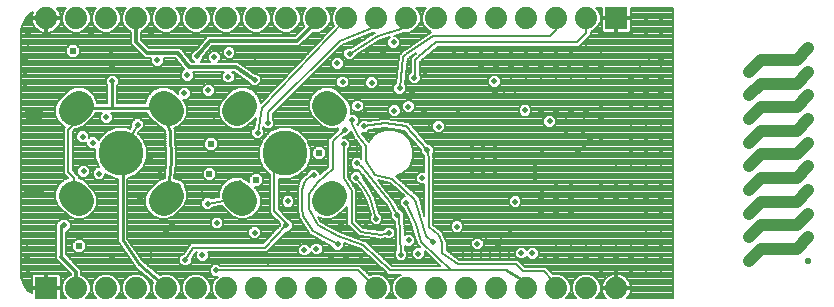
<source format=gbl>
G75*
%MOIN*%
%OFA0B0*%
%FSLAX24Y24*%
%IPPOS*%
%LPD*%
%AMOC8*
5,1,8,0,0,1.08239X$1,22.5*
%
%ADD10C,0.1500*%
%ADD11C,0.1000*%
%ADD12R,0.0740X0.0740*%
%ADD13C,0.0740*%
%ADD14C,0.0354*%
%ADD15C,0.0200*%
%ADD16C,0.0080*%
%ADD17C,0.0180*%
%ADD18C,0.0100*%
%ADD19C,0.0230*%
%ADD20C,0.0394*%
%ADD21C,0.0120*%
%ADD22C,0.0240*%
D10*
X012445Y008015D03*
X017895Y008015D03*
D11*
X019483Y006603D02*
X019307Y006427D01*
X016483Y006427D02*
X016307Y006603D01*
X014033Y006603D02*
X013857Y006427D01*
X011033Y006427D02*
X010857Y006603D01*
X010857Y009427D02*
X011033Y009603D01*
X013857Y009603D02*
X014033Y009427D01*
X016307Y009427D02*
X016483Y009603D01*
X019307Y009603D02*
X019483Y009427D01*
D12*
X028945Y012515D03*
X009945Y003515D03*
D13*
X010945Y003515D03*
X011945Y003515D03*
X012945Y003515D03*
X013945Y003515D03*
X014945Y003515D03*
X015945Y003515D03*
X016945Y003515D03*
X017945Y003515D03*
X018945Y003515D03*
X019945Y003515D03*
X020945Y003515D03*
X021945Y003515D03*
X022945Y003515D03*
X023945Y003515D03*
X024945Y003515D03*
X025945Y003515D03*
X026945Y003515D03*
X027945Y003515D03*
X028945Y003515D03*
X027945Y012515D03*
X026945Y012515D03*
X025945Y012515D03*
X024945Y012515D03*
X023945Y012515D03*
X022945Y012515D03*
X021945Y012515D03*
X020945Y012515D03*
X019945Y012515D03*
X018945Y012515D03*
X017945Y012515D03*
X016945Y012515D03*
X015945Y012515D03*
X014945Y012515D03*
X013945Y012515D03*
X012945Y012515D03*
X011945Y012515D03*
X010945Y012515D03*
X009945Y012515D03*
D14*
X009654Y009314D02*
X009378Y009314D01*
X009382Y006716D02*
X009658Y006716D01*
D15*
X011195Y007415D03*
X011705Y007336D03*
X013069Y006533D03*
X014345Y006915D03*
X015145Y006815D03*
X015324Y006336D03*
X015638Y005692D03*
X016895Y005365D03*
X017945Y005615D03*
X018551Y004787D03*
X018945Y004826D03*
X019445Y004515D03*
X019945Y004558D03*
X020445Y004597D03*
X019653Y004984D03*
X019765Y005626D03*
X020615Y005676D03*
X020942Y005839D03*
X021645Y005947D03*
X021945Y006365D03*
X022455Y006875D03*
X022475Y007185D03*
X022327Y007486D03*
X022645Y008115D03*
X024135Y008185D03*
X024505Y008185D03*
X024905Y008185D03*
X024905Y007805D03*
X024905Y007425D03*
X024515Y007425D03*
X024505Y007805D03*
X024135Y007805D03*
X024135Y007425D03*
X025575Y006405D03*
X026445Y006515D03*
X026465Y006805D03*
X026945Y007015D03*
X027445Y007015D03*
X027445Y006515D03*
X026945Y006515D03*
X026945Y006015D03*
X027445Y006015D03*
X026445Y006015D03*
X026445Y005515D03*
X026945Y005515D03*
X027445Y005515D03*
X027945Y005515D03*
X028445Y005515D03*
X028945Y005515D03*
X029445Y005515D03*
X029925Y005505D03*
X030425Y005505D03*
X030425Y005005D03*
X029925Y005005D03*
X029445Y005015D03*
X028945Y005015D03*
X028445Y005015D03*
X027945Y005015D03*
X027445Y005015D03*
X026945Y005015D03*
X026945Y004515D03*
X026565Y004605D03*
X026145Y004675D03*
X025945Y004415D03*
X025375Y004615D03*
X025075Y004615D03*
X024745Y004615D03*
X024445Y004615D03*
X024145Y004615D03*
X023845Y004615D03*
X023955Y005055D03*
X024315Y004995D03*
X024615Y005265D03*
X024515Y005515D03*
X024865Y005515D03*
X025215Y005525D03*
X025415Y005355D03*
X025115Y005255D03*
X025015Y004955D03*
X025785Y004685D03*
X027445Y004515D03*
X027945Y004515D03*
X028445Y004515D03*
X028945Y004515D03*
X029445Y004515D03*
X029925Y004505D03*
X030425Y004505D03*
X030425Y004005D03*
X029925Y004005D03*
X029445Y004015D03*
X028945Y004015D03*
X028445Y004015D03*
X029445Y003515D03*
X029925Y003505D03*
X030425Y003505D03*
X030425Y006005D03*
X029925Y006005D03*
X029945Y006515D03*
X030445Y006515D03*
X030445Y007015D03*
X029945Y007015D03*
X029445Y007015D03*
X028945Y007015D03*
X028445Y007015D03*
X028445Y006515D03*
X028945Y006515D03*
X029445Y006515D03*
X029445Y007515D03*
X029945Y007515D03*
X030445Y007515D03*
X030445Y008015D03*
X029945Y008015D03*
X029445Y008015D03*
X029445Y008515D03*
X029945Y008515D03*
X030445Y008515D03*
X030445Y009015D03*
X029945Y009015D03*
X029445Y009015D03*
X029445Y009515D03*
X029945Y009515D03*
X030445Y009515D03*
X030445Y010015D03*
X029945Y010015D03*
X029445Y010015D03*
X029445Y010515D03*
X029745Y010815D03*
X029945Y010515D03*
X030445Y010515D03*
X030445Y010815D03*
X030045Y011065D03*
X030445Y011115D03*
X030445Y011965D03*
X029945Y011965D03*
X029445Y011965D03*
X028895Y011965D03*
X028425Y012005D03*
X028445Y011465D03*
X027945Y011515D03*
X027445Y011415D03*
X026945Y011415D03*
X026445Y011415D03*
X025945Y011415D03*
X025445Y011415D03*
X024945Y011415D03*
X024445Y011415D03*
X023945Y011415D03*
X023545Y011415D03*
X023545Y011015D03*
X023145Y011015D03*
X022845Y011015D03*
X022565Y010715D03*
X022213Y010535D03*
X021727Y010179D03*
X022145Y010015D03*
X022016Y009565D03*
X021549Y009435D03*
X022545Y009415D03*
X023025Y008905D03*
X022695Y008855D03*
X023685Y009445D03*
X024905Y010065D03*
X025215Y010115D03*
X025555Y010115D03*
X025445Y010415D03*
X025945Y010415D03*
X026445Y010415D03*
X026945Y010415D03*
X027445Y010415D03*
X027945Y010415D03*
X028445Y010415D03*
X028445Y009915D03*
X027945Y009915D03*
X027445Y009915D03*
X026945Y009915D03*
X026445Y009915D03*
X025945Y009915D03*
X025905Y009445D03*
X026445Y009415D03*
X026945Y009415D03*
X027445Y009415D03*
X027945Y009415D03*
X028445Y009515D03*
X028425Y009145D03*
X027875Y009105D03*
X027835Y008655D03*
X028075Y008505D03*
X027865Y008275D03*
X027665Y008075D03*
X027275Y008345D03*
X026465Y008015D03*
X027275Y008755D03*
X027275Y009105D03*
X026725Y009075D03*
X028435Y008825D03*
X028425Y008525D03*
X028945Y007515D03*
X023635Y005565D03*
X023565Y005055D03*
X022837Y005068D03*
X022024Y005115D03*
X021769Y004636D03*
X022351Y004672D03*
X021361Y005356D03*
X020400Y006466D03*
X020284Y007204D03*
X020302Y007676D03*
X020304Y008143D03*
X019860Y008315D03*
X019887Y008797D03*
X020145Y009115D03*
X020545Y008915D03*
X020565Y009364D03*
X020324Y009594D03*
X019445Y009517D03*
X019820Y010394D03*
X020793Y010372D03*
X019645Y011015D03*
X020053Y011330D03*
X020645Y011315D03*
X021185Y011404D03*
X021520Y011712D03*
X024445Y010915D03*
X024945Y010915D03*
X025445Y010915D03*
X025945Y010915D03*
X026445Y010915D03*
X026945Y010915D03*
X027375Y010855D03*
X027945Y010915D03*
X028445Y010915D03*
X029945Y012515D03*
X030445Y012515D03*
X024885Y010415D03*
X024395Y010385D03*
X018095Y011015D03*
X016895Y011215D03*
X016042Y011372D03*
X015545Y011215D03*
X014975Y011243D03*
X014645Y010615D03*
X015345Y010115D03*
X014545Y010015D03*
X015551Y009273D03*
X016285Y009385D03*
X017334Y009025D03*
X016990Y008695D03*
X016151Y008373D03*
X016395Y007015D03*
X018006Y006784D03*
X018005Y006415D03*
X019025Y006639D03*
X018859Y007276D03*
X014145Y005615D03*
X013922Y005381D03*
X013445Y004615D03*
X014580Y004454D03*
X015145Y004615D03*
X015598Y004117D03*
X017331Y004396D03*
X012145Y004515D03*
X010545Y005615D03*
X009305Y005015D03*
X009295Y004515D03*
X009345Y004015D03*
X009345Y003594D03*
X013745Y007415D03*
X013395Y007865D03*
X011495Y008365D03*
X011160Y008565D03*
X011945Y009215D03*
X012995Y008965D03*
X012145Y010415D03*
X012145Y010915D03*
X012105Y011331D03*
X013645Y011115D03*
X014345Y011715D03*
X013430Y011986D03*
X011445Y012015D03*
X009345Y012015D03*
X009345Y012476D03*
X009345Y011515D03*
X009245Y011115D03*
X009245Y010615D03*
X009245Y010215D03*
X016015Y010555D03*
X016895Y010462D03*
D16*
X009115Y003884D02*
X009196Y003634D01*
X009351Y003421D01*
X009455Y003345D01*
X009455Y003475D01*
X009905Y003475D01*
X009905Y003555D01*
X009905Y004005D01*
X009559Y004005D01*
X009528Y003997D01*
X009501Y003981D01*
X009479Y003959D01*
X009463Y003931D01*
X009455Y003901D01*
X009455Y003555D01*
X009905Y003555D01*
X009985Y003555D01*
X010435Y003555D01*
X010435Y003901D01*
X010427Y003931D01*
X010411Y003959D01*
X010388Y003981D01*
X010361Y003997D01*
X010331Y004005D01*
X009985Y004005D01*
X009985Y003555D01*
X009985Y003475D01*
X010435Y003475D01*
X010435Y003175D01*
X010606Y003175D01*
X010538Y003243D01*
X010465Y003420D01*
X010465Y003610D01*
X010538Y003787D01*
X010673Y003922D01*
X010775Y003964D01*
X010775Y003995D01*
X010275Y004495D01*
X010275Y004635D01*
X010285Y004645D01*
X010285Y005681D01*
X010379Y005775D01*
X010408Y005775D01*
X010458Y005825D01*
X010632Y005825D01*
X010755Y005702D01*
X010755Y005528D01*
X010632Y005405D01*
X010605Y005405D01*
X010605Y004645D01*
X011015Y004235D01*
X011015Y004235D01*
X011115Y004135D01*
X011115Y003964D01*
X011217Y003922D01*
X011352Y003787D01*
X011425Y003610D01*
X011425Y003420D01*
X011352Y003243D01*
X011284Y003175D01*
X011606Y003175D01*
X011538Y003243D01*
X011465Y003420D01*
X011465Y003610D01*
X011538Y003787D01*
X011673Y003922D01*
X011849Y003995D01*
X012040Y003995D01*
X012217Y003922D01*
X012352Y003787D01*
X012425Y003610D01*
X012425Y003420D01*
X012352Y003243D01*
X012284Y003175D01*
X012606Y003175D01*
X012538Y003243D01*
X012465Y003420D01*
X012465Y003610D01*
X012538Y003787D01*
X012673Y003922D01*
X012849Y003995D01*
X013040Y003995D01*
X013217Y003922D01*
X013352Y003787D01*
X013425Y003610D01*
X013425Y003420D01*
X013352Y003243D01*
X013284Y003175D01*
X013606Y003175D01*
X013538Y003243D01*
X013465Y003420D01*
X013465Y003610D01*
X013509Y003717D01*
X012975Y004165D01*
X012951Y004169D01*
X012926Y004206D01*
X012891Y004235D01*
X012889Y004259D01*
X012364Y005012D01*
X012327Y005049D01*
X012327Y005065D01*
X012318Y005078D01*
X012327Y005129D01*
X012327Y007155D01*
X012274Y007155D01*
X011958Y007286D01*
X011915Y007328D01*
X011915Y007249D01*
X011792Y007126D01*
X011618Y007126D01*
X011495Y007249D01*
X011495Y007423D01*
X011618Y007546D01*
X011708Y007546D01*
X011585Y007844D01*
X011585Y008158D01*
X011582Y008155D01*
X011408Y008155D01*
X011285Y008278D01*
X011285Y008393D01*
X011247Y008355D01*
X011073Y008355D01*
X010950Y008478D01*
X010950Y008652D01*
X011073Y008775D01*
X011247Y008775D01*
X011370Y008652D01*
X011370Y008537D01*
X011408Y008575D01*
X011582Y008575D01*
X011698Y008459D01*
X011716Y008502D01*
X011958Y008744D01*
X012274Y008875D01*
X012616Y008875D01*
X012740Y008824D01*
X012739Y008824D01*
X012740Y008824D02*
X012785Y008902D01*
X012785Y009052D01*
X012908Y009175D01*
X013082Y009175D01*
X013205Y009052D01*
X013205Y008878D01*
X013082Y008755D01*
X013047Y008755D01*
X013001Y008676D01*
X013174Y008502D01*
X013305Y008186D01*
X013305Y007844D01*
X013174Y007528D01*
X012932Y007286D01*
X012647Y007168D01*
X012647Y005165D01*
X013164Y004424D01*
X013733Y003947D01*
X013849Y003995D01*
X014040Y003995D01*
X014217Y003922D01*
X014352Y003787D01*
X014425Y003610D01*
X014425Y003420D01*
X014352Y003243D01*
X014284Y003175D01*
X014606Y003175D01*
X014538Y003243D01*
X014465Y003420D01*
X014465Y003610D01*
X014538Y003787D01*
X014673Y003922D01*
X014849Y003995D01*
X015040Y003995D01*
X015217Y003922D01*
X015352Y003787D01*
X015425Y003610D01*
X015425Y003420D01*
X015352Y003243D01*
X015284Y003175D01*
X015606Y003175D01*
X015538Y003243D01*
X015465Y003420D01*
X015465Y003610D01*
X015538Y003787D01*
X015658Y003907D01*
X015511Y003907D01*
X015388Y004030D01*
X015388Y004204D01*
X015511Y004327D01*
X015685Y004327D01*
X015745Y004267D01*
X020405Y004267D01*
X020727Y003945D01*
X020849Y003995D01*
X021040Y003995D01*
X021217Y003922D01*
X021352Y003787D01*
X021425Y003610D01*
X021425Y003420D01*
X021352Y003243D01*
X021284Y003175D01*
X021606Y003175D01*
X021538Y003243D01*
X021465Y003420D01*
X021465Y003610D01*
X021538Y003787D01*
X021673Y003922D01*
X021783Y003967D01*
X021403Y003967D01*
X021343Y003966D01*
X021341Y003967D01*
X021339Y003967D01*
X021296Y004010D01*
X020436Y004821D01*
X019863Y005025D01*
X019863Y004897D01*
X019740Y004774D01*
X019566Y004774D01*
X019443Y004897D01*
X019443Y004921D01*
X019243Y005021D01*
X019237Y005020D01*
X019188Y005049D01*
X019137Y005074D01*
X019135Y005080D01*
X018776Y005292D01*
X018740Y005299D01*
X018724Y005323D01*
X018700Y005337D01*
X018691Y005372D01*
X018392Y005817D01*
X018362Y005842D01*
X018359Y005866D01*
X018345Y005887D01*
X018353Y005926D01*
X018332Y006126D01*
X018326Y006132D01*
X018326Y006187D01*
X018320Y006241D01*
X018326Y006248D01*
X018326Y006765D01*
X018314Y006787D01*
X018326Y006825D01*
X018326Y006864D01*
X018343Y006882D01*
X018414Y007108D01*
X018419Y007156D01*
X018432Y007166D01*
X018437Y007182D01*
X018479Y007204D01*
X018649Y007340D01*
X018649Y007363D01*
X018772Y007486D01*
X018946Y007486D01*
X019069Y007363D01*
X019069Y007322D01*
X019338Y007546D01*
X019344Y008355D01*
X019344Y008355D01*
X019345Y008417D01*
X019345Y008478D01*
X019346Y008479D01*
X019346Y008479D01*
X019390Y008522D01*
X019434Y008565D01*
X019434Y008565D01*
X019677Y008802D01*
X019677Y008847D01*
X019605Y008817D01*
X019362Y008817D01*
X019138Y008909D01*
X018789Y009258D01*
X018696Y009482D01*
X018696Y009725D01*
X018789Y009949D01*
X018961Y010121D01*
X019185Y010213D01*
X019428Y010213D01*
X019652Y010121D01*
X020000Y009772D01*
X020093Y009548D01*
X020093Y009325D01*
X020232Y009325D01*
X020355Y009202D01*
X020355Y009028D01*
X020315Y008988D01*
X020335Y008949D01*
X020335Y009002D01*
X020458Y009125D01*
X020632Y009125D01*
X020672Y009085D01*
X021186Y009158D01*
X021205Y009172D01*
X021245Y009167D01*
X021285Y009172D01*
X021304Y009158D01*
X021960Y009064D01*
X022017Y009061D01*
X022021Y009056D01*
X022028Y009055D01*
X022061Y009010D01*
X022660Y008325D01*
X022732Y008325D01*
X022855Y008202D01*
X022855Y008028D01*
X022822Y007995D01*
X022833Y007939D01*
X022845Y007927D01*
X022845Y007880D01*
X022854Y007833D01*
X022845Y007820D01*
X022845Y005634D01*
X023097Y005418D01*
X023130Y005406D01*
X023143Y005379D01*
X023165Y005360D01*
X023168Y005325D01*
X023271Y005106D01*
X023296Y005080D01*
X023296Y005052D01*
X023308Y005026D01*
X023296Y004992D01*
X023296Y004779D01*
X023707Y004465D01*
X025660Y004465D01*
X025897Y004228D01*
X026605Y004228D01*
X026842Y003992D01*
X026849Y003995D01*
X027040Y003995D01*
X027217Y003922D01*
X027352Y003787D01*
X027425Y003610D01*
X027425Y003420D01*
X027352Y003243D01*
X027284Y003175D01*
X027606Y003175D01*
X027538Y003243D01*
X027465Y003420D01*
X027465Y003610D01*
X027538Y003787D01*
X027673Y003922D01*
X027849Y003995D01*
X028040Y003995D01*
X028217Y003922D01*
X028352Y003787D01*
X028425Y003610D01*
X028425Y003420D01*
X028352Y003243D01*
X028284Y003175D01*
X028592Y003175D01*
X028571Y003196D01*
X028526Y003258D01*
X028491Y003327D01*
X028467Y003400D01*
X028455Y003475D01*
X028905Y003475D01*
X028905Y003555D01*
X028905Y004005D01*
X028830Y003993D01*
X028757Y003969D01*
X028688Y003934D01*
X028626Y003889D01*
X028571Y003834D01*
X028526Y003772D01*
X028491Y003703D01*
X028467Y003630D01*
X028455Y003555D01*
X028905Y003555D01*
X028985Y003555D01*
X029435Y003555D01*
X029423Y003630D01*
X029399Y003703D01*
X029364Y003772D01*
X029319Y003834D01*
X029264Y003889D01*
X029202Y003934D01*
X029133Y003969D01*
X029060Y003993D01*
X028985Y004005D01*
X028985Y003555D01*
X028985Y003475D01*
X029435Y003475D01*
X029423Y003400D01*
X029399Y003327D01*
X029364Y003258D01*
X029319Y003196D01*
X029298Y003175D01*
X030845Y003175D01*
X030845Y012855D01*
X029435Y012855D01*
X029435Y012555D01*
X028985Y012555D01*
X028985Y012475D01*
X029435Y012475D01*
X029435Y012129D01*
X029427Y012099D01*
X029411Y012071D01*
X029388Y012049D01*
X029361Y012033D01*
X029331Y012025D01*
X028985Y012025D01*
X028985Y012475D01*
X028905Y012475D01*
X028905Y012025D01*
X028559Y012025D01*
X028528Y012033D01*
X028501Y012049D01*
X028479Y012071D01*
X028463Y012099D01*
X028455Y012129D01*
X028455Y012475D01*
X028905Y012475D01*
X028905Y012555D01*
X028455Y012555D01*
X028455Y012855D01*
X028284Y012855D01*
X028352Y012787D01*
X028425Y012610D01*
X028425Y012420D01*
X028352Y012243D01*
X028217Y012108D01*
X028095Y012058D01*
X028095Y011953D01*
X028007Y011865D01*
X027795Y011653D01*
X027707Y011565D01*
X022999Y011565D01*
X022446Y011104D01*
X022395Y011053D01*
X022395Y010649D01*
X022423Y010622D01*
X022423Y010448D01*
X022300Y010325D01*
X022126Y010325D01*
X022003Y010448D01*
X022003Y010622D01*
X022095Y010714D01*
X022095Y011177D01*
X022183Y011265D01*
X022200Y011283D01*
X022201Y011290D01*
X022244Y011326D01*
X022268Y011350D01*
X022040Y011198D01*
X021988Y011146D01*
X021893Y010310D01*
X021937Y010266D01*
X021937Y010092D01*
X021814Y009969D01*
X021640Y009969D01*
X021517Y010092D01*
X021517Y010266D01*
X021595Y010344D01*
X021695Y011224D01*
X021695Y011277D01*
X021702Y011284D01*
X021703Y011294D01*
X021745Y011327D01*
X021807Y011389D01*
X021810Y011405D01*
X021849Y011432D01*
X021883Y011465D01*
X021899Y011465D01*
X022749Y012032D01*
X022781Y012063D01*
X022673Y012108D01*
X022538Y012243D01*
X022465Y012420D01*
X022465Y012610D01*
X022538Y012787D01*
X022606Y012855D01*
X022284Y012855D01*
X022352Y012787D01*
X022425Y012610D01*
X022425Y012420D01*
X022352Y012243D01*
X022217Y012108D01*
X022040Y012035D01*
X021863Y012035D01*
X021858Y012027D01*
X021841Y012021D01*
X021830Y012008D01*
X021784Y012003D01*
X021523Y011922D01*
X021607Y011922D01*
X021730Y011799D01*
X021730Y011625D01*
X021607Y011502D01*
X021433Y011502D01*
X021310Y011625D01*
X021310Y011799D01*
X021392Y011881D01*
X021062Y011777D01*
X020263Y011283D01*
X020263Y011243D01*
X020140Y011120D01*
X019966Y011120D01*
X019843Y011243D01*
X019843Y011417D01*
X019966Y011540D01*
X020108Y011540D01*
X020885Y012021D01*
X020893Y012035D01*
X020849Y012035D01*
X020844Y012037D01*
X020817Y012026D01*
X020815Y012027D01*
X019817Y011627D01*
X017499Y009310D01*
X017491Y009164D01*
X017544Y009112D01*
X017544Y008938D01*
X017421Y008815D01*
X017247Y008815D01*
X017178Y008883D01*
X017166Y008816D01*
X017200Y008782D01*
X017200Y008608D01*
X017077Y008485D01*
X016903Y008485D01*
X016780Y008608D01*
X016780Y008782D01*
X016871Y008873D01*
X016930Y009188D01*
X016652Y008909D01*
X016428Y008817D01*
X016185Y008817D01*
X015961Y008909D01*
X015789Y009081D01*
X015696Y009305D01*
X015696Y009548D01*
X015789Y009772D01*
X016138Y010121D01*
X016362Y010213D01*
X016605Y010213D01*
X016829Y010121D01*
X017000Y009949D01*
X017093Y009725D01*
X017093Y009693D01*
X019531Y012261D01*
X019465Y012420D01*
X019465Y012610D01*
X019538Y012787D01*
X019606Y012855D01*
X019284Y012855D01*
X019352Y012787D01*
X019425Y012610D01*
X019425Y012420D01*
X019352Y012243D01*
X019217Y012108D01*
X019040Y012035D01*
X018849Y012035D01*
X018839Y012039D01*
X018385Y011585D01*
X015476Y011585D01*
X015185Y011231D01*
X015185Y011156D01*
X015087Y011059D01*
X015404Y011059D01*
X015335Y011128D01*
X015335Y011302D01*
X015458Y011425D01*
X015632Y011425D01*
X015755Y011302D01*
X015755Y011128D01*
X015686Y011059D01*
X016255Y011059D01*
X016309Y011069D01*
X016323Y011059D01*
X016341Y011059D01*
X016380Y011020D01*
X016889Y010672D01*
X016982Y010672D01*
X017105Y010549D01*
X017105Y010375D01*
X016982Y010252D01*
X016808Y010252D01*
X016685Y010375D01*
X016685Y010400D01*
X016218Y010719D01*
X016148Y010719D01*
X016225Y010642D01*
X016225Y010468D01*
X016102Y010345D01*
X015928Y010345D01*
X015805Y010468D01*
X015805Y010642D01*
X015882Y010719D01*
X014838Y010719D01*
X014855Y010702D01*
X014855Y010528D01*
X014732Y010405D01*
X014558Y010405D01*
X014435Y010528D01*
X014435Y010702D01*
X014545Y010812D01*
X014539Y010819D01*
X014539Y010830D01*
X014248Y011198D01*
X013855Y011198D01*
X013855Y011028D01*
X013732Y010905D01*
X013558Y010905D01*
X013435Y011028D01*
X013435Y011198D01*
X013222Y011198D01*
X012874Y011545D01*
X012775Y011645D01*
X012775Y012066D01*
X012673Y012108D01*
X012538Y012243D01*
X012465Y012420D01*
X012465Y012610D01*
X012538Y012787D01*
X012606Y012855D01*
X012284Y012855D01*
X012352Y012787D01*
X012425Y012610D01*
X012425Y012420D01*
X012352Y012243D01*
X012217Y012108D01*
X012040Y012035D01*
X011849Y012035D01*
X011673Y012108D01*
X011538Y012243D01*
X011465Y012420D01*
X011465Y012610D01*
X011538Y012787D01*
X011606Y012855D01*
X011284Y012855D01*
X011352Y012787D01*
X011425Y012610D01*
X011425Y012420D01*
X011352Y012243D01*
X011217Y012108D01*
X011040Y012035D01*
X010849Y012035D01*
X010673Y012108D01*
X010538Y012243D01*
X010465Y012420D01*
X010465Y012610D01*
X010538Y012787D01*
X010606Y012855D01*
X010298Y012855D01*
X010319Y012834D01*
X010364Y012772D01*
X010399Y012703D01*
X010423Y012630D01*
X010435Y012555D01*
X009985Y012555D01*
X009985Y012475D01*
X010435Y012475D01*
X010423Y012400D01*
X010399Y012327D01*
X010364Y012258D01*
X010319Y012196D01*
X010264Y012141D01*
X010202Y012096D01*
X010133Y012061D01*
X010060Y012037D01*
X009985Y012025D01*
X009985Y012475D01*
X009905Y012475D01*
X009905Y012025D01*
X009830Y012037D01*
X009757Y012061D01*
X009688Y012096D01*
X009626Y012141D01*
X009571Y012196D01*
X009526Y012258D01*
X009491Y012327D01*
X009467Y012400D01*
X009455Y012475D01*
X009905Y012475D01*
X009905Y012555D01*
X009455Y012555D01*
X009467Y012630D01*
X009491Y012703D01*
X009497Y012715D01*
X009351Y012609D01*
X009196Y012396D01*
X009115Y012146D01*
X009105Y012015D01*
X009105Y004015D01*
X009115Y003884D01*
X009117Y003879D02*
X009455Y003879D01*
X009455Y003800D02*
X009142Y003800D01*
X009168Y003722D02*
X009455Y003722D01*
X009455Y003643D02*
X009193Y003643D01*
X009247Y003565D02*
X009455Y003565D01*
X009455Y003408D02*
X009369Y003408D01*
X009304Y003486D02*
X009905Y003486D01*
X009905Y003565D02*
X009985Y003565D01*
X009985Y003643D02*
X009905Y003643D01*
X009905Y003722D02*
X009985Y003722D01*
X009985Y003800D02*
X009905Y003800D01*
X009905Y003879D02*
X009985Y003879D01*
X009985Y003957D02*
X009905Y003957D01*
X009478Y003957D02*
X009109Y003957D01*
X009105Y004036D02*
X010734Y004036D01*
X010758Y003957D02*
X010412Y003957D01*
X010435Y003879D02*
X010629Y003879D01*
X010551Y003800D02*
X010435Y003800D01*
X010435Y003722D02*
X010511Y003722D01*
X010478Y003643D02*
X010435Y003643D01*
X010435Y003565D02*
X010465Y003565D01*
X010465Y003486D02*
X009985Y003486D01*
X010435Y003408D02*
X010470Y003408D01*
X010502Y003329D02*
X010435Y003329D01*
X010435Y003251D02*
X010535Y003251D01*
X011355Y003251D02*
X011535Y003251D01*
X011502Y003329D02*
X011387Y003329D01*
X011420Y003408D02*
X011470Y003408D01*
X011465Y003486D02*
X011425Y003486D01*
X011425Y003565D02*
X011465Y003565D01*
X011478Y003643D02*
X011411Y003643D01*
X011379Y003722D02*
X011511Y003722D01*
X011551Y003800D02*
X011339Y003800D01*
X011260Y003879D02*
X011629Y003879D01*
X011758Y003957D02*
X011132Y003957D01*
X011115Y004036D02*
X013129Y004036D01*
X013132Y003957D02*
X013223Y003957D01*
X013260Y003879D02*
X013316Y003879D01*
X013339Y003800D02*
X013410Y003800D01*
X013379Y003722D02*
X013503Y003722D01*
X013478Y003643D02*
X013411Y003643D01*
X013425Y003565D02*
X013465Y003565D01*
X013465Y003486D02*
X013425Y003486D01*
X013420Y003408D02*
X013470Y003408D01*
X013502Y003329D02*
X013387Y003329D01*
X013355Y003251D02*
X013535Y003251D01*
X013878Y003582D02*
X013945Y003515D01*
X013878Y003582D02*
X013778Y003700D01*
X013758Y003957D02*
X013721Y003957D01*
X013627Y004036D02*
X015388Y004036D01*
X015388Y004114D02*
X013533Y004114D01*
X013440Y004193D02*
X015388Y004193D01*
X015455Y004271D02*
X014694Y004271D01*
X014667Y004244D02*
X014790Y004367D01*
X014790Y004507D01*
X014925Y004722D01*
X014955Y004722D01*
X014935Y004702D01*
X014935Y004528D01*
X015058Y004405D01*
X015232Y004405D01*
X015355Y004528D01*
X015355Y004702D01*
X015334Y004722D01*
X017182Y004722D01*
X017184Y004721D01*
X017244Y004722D01*
X017304Y004722D01*
X017305Y004724D01*
X017308Y004724D01*
X017349Y004768D01*
X017392Y004810D01*
X017392Y004813D01*
X017953Y005405D01*
X018032Y005405D01*
X018155Y005528D01*
X018155Y005702D01*
X018032Y005825D01*
X018011Y005825D01*
X017695Y006141D01*
X017695Y007167D01*
X017724Y007155D01*
X018066Y007155D01*
X018382Y007286D01*
X018624Y007528D01*
X018755Y007844D01*
X018755Y008186D01*
X018624Y008502D01*
X018382Y008744D01*
X018066Y008875D01*
X017724Y008875D01*
X017408Y008744D01*
X017166Y008502D01*
X017035Y008186D01*
X017035Y007844D01*
X017166Y007528D01*
X017395Y007299D01*
X017395Y006017D01*
X017483Y005929D01*
X017735Y005677D01*
X017735Y005611D01*
X017177Y005022D01*
X014885Y005022D01*
X014869Y005033D01*
X014825Y005022D01*
X014780Y005022D01*
X014766Y005009D01*
X014747Y005005D01*
X014724Y004966D01*
X014692Y004935D01*
X014692Y004916D01*
X014534Y004664D01*
X014493Y004664D01*
X014370Y004541D01*
X014370Y004367D01*
X014493Y004244D01*
X014667Y004244D01*
X014772Y004350D02*
X020936Y004350D01*
X020853Y004428D02*
X015255Y004428D01*
X015333Y004507D02*
X020770Y004507D01*
X020686Y004585D02*
X018646Y004585D01*
X018638Y004577D02*
X018761Y004700D01*
X018761Y004713D01*
X018858Y004616D01*
X019032Y004616D01*
X019155Y004739D01*
X019155Y004913D01*
X019032Y005036D01*
X018858Y005036D01*
X018735Y004913D01*
X018735Y004900D01*
X018638Y004997D01*
X018464Y004997D01*
X018341Y004874D01*
X018341Y004700D01*
X018464Y004577D01*
X018638Y004577D01*
X018725Y004664D02*
X018810Y004664D01*
X019079Y004664D02*
X020603Y004664D01*
X020520Y004742D02*
X019155Y004742D01*
X019155Y004821D02*
X019519Y004821D01*
X019443Y004899D02*
X019155Y004899D01*
X019090Y004978D02*
X019330Y004978D01*
X019173Y005056D02*
X017622Y005056D01*
X017548Y004978D02*
X018445Y004978D01*
X018366Y004899D02*
X017473Y004899D01*
X017399Y004821D02*
X018341Y004821D01*
X018341Y004742D02*
X017325Y004742D01*
X017242Y004872D02*
X014842Y004872D01*
X014580Y004454D01*
X014414Y004585D02*
X013052Y004585D01*
X013106Y004507D02*
X014370Y004507D01*
X014370Y004428D02*
X013161Y004428D01*
X013253Y004350D02*
X014387Y004350D01*
X014466Y004271D02*
X013346Y004271D01*
X013035Y004114D02*
X011115Y004114D01*
X011058Y004193D02*
X012935Y004193D01*
X012880Y004271D02*
X010979Y004271D01*
X010901Y004350D02*
X012826Y004350D01*
X012771Y004428D02*
X010822Y004428D01*
X010744Y004507D02*
X012716Y004507D01*
X012662Y004585D02*
X010665Y004585D01*
X010605Y004664D02*
X012607Y004664D01*
X012552Y004742D02*
X011194Y004742D01*
X011140Y004688D02*
X011275Y004823D01*
X011275Y005013D01*
X011140Y005148D01*
X010950Y005148D01*
X010815Y005013D01*
X010815Y004823D01*
X010950Y004688D01*
X011140Y004688D01*
X011272Y004821D02*
X012498Y004821D01*
X012443Y004899D02*
X011275Y004899D01*
X011275Y004978D02*
X012388Y004978D01*
X012327Y005056D02*
X011232Y005056D01*
X011154Y005135D02*
X012327Y005135D01*
X012327Y005213D02*
X010605Y005213D01*
X010605Y005135D02*
X010936Y005135D01*
X010857Y005056D02*
X010605Y005056D01*
X010605Y004978D02*
X010815Y004978D01*
X010815Y004899D02*
X010605Y004899D01*
X010605Y004821D02*
X010817Y004821D01*
X010896Y004742D02*
X010605Y004742D01*
X010285Y004742D02*
X009105Y004742D01*
X009105Y004664D02*
X010285Y004664D01*
X010275Y004585D02*
X009105Y004585D01*
X009105Y004507D02*
X010275Y004507D01*
X010341Y004428D02*
X009105Y004428D01*
X009105Y004350D02*
X010420Y004350D01*
X010498Y004271D02*
X009105Y004271D01*
X009105Y004193D02*
X010577Y004193D01*
X010655Y004114D02*
X009105Y004114D01*
X009105Y004821D02*
X010285Y004821D01*
X010285Y004899D02*
X009105Y004899D01*
X009105Y004978D02*
X010285Y004978D01*
X010285Y005056D02*
X009105Y005056D01*
X009105Y005135D02*
X010285Y005135D01*
X010285Y005213D02*
X009105Y005213D01*
X009105Y005292D02*
X010285Y005292D01*
X010285Y005370D02*
X009105Y005370D01*
X009105Y005449D02*
X010285Y005449D01*
X010285Y005527D02*
X009105Y005527D01*
X009105Y005606D02*
X010285Y005606D01*
X010288Y005684D02*
X009105Y005684D01*
X009105Y005763D02*
X010366Y005763D01*
X010694Y005763D02*
X012327Y005763D01*
X012327Y005841D02*
X011213Y005841D01*
X011155Y005817D02*
X011379Y005909D01*
X011550Y006081D01*
X011643Y006305D01*
X011643Y006548D01*
X011550Y006772D01*
X011202Y007121D01*
X011024Y007194D01*
X011024Y007250D01*
X010936Y007338D01*
X010827Y007447D01*
X010827Y008740D01*
X010903Y008817D01*
X010978Y008817D01*
X011202Y008909D01*
X011550Y009258D01*
X011591Y009355D01*
X011788Y009355D01*
X011735Y009302D01*
X011735Y009128D01*
X011858Y009005D01*
X012032Y009005D01*
X012155Y009128D01*
X012155Y009302D01*
X012102Y009355D01*
X013299Y009355D01*
X013339Y009258D01*
X013688Y008909D01*
X013868Y008835D01*
X013919Y008719D01*
X013942Y007760D01*
X013892Y007205D01*
X013688Y007121D01*
X013339Y006772D01*
X013246Y006548D01*
X013246Y006305D01*
X013339Y006081D01*
X013511Y005909D01*
X013735Y005817D01*
X013978Y005817D01*
X014202Y005909D01*
X014550Y006258D01*
X014643Y006482D01*
X014643Y006725D01*
X014555Y006938D01*
X014555Y007002D01*
X014432Y007125D01*
X014368Y007125D01*
X014212Y007190D01*
X014257Y007684D01*
X014264Y007692D01*
X014262Y007749D01*
X014268Y007806D01*
X014261Y007814D01*
X014239Y008726D01*
X014251Y008758D01*
X014237Y008790D01*
X014236Y008825D01*
X014217Y008843D01*
X014379Y008909D01*
X014550Y009081D01*
X014643Y009305D01*
X014643Y009548D01*
X014550Y009772D01*
X014517Y009805D01*
X014632Y009805D01*
X014755Y009928D01*
X014755Y010102D01*
X014632Y010225D01*
X014458Y010225D01*
X014335Y010102D01*
X014335Y009988D01*
X014202Y010121D01*
X013978Y010213D01*
X013735Y010213D01*
X013511Y010121D01*
X013339Y009949D01*
X013246Y009725D01*
X013246Y009675D01*
X012305Y009675D01*
X012305Y010278D01*
X012355Y010328D01*
X012355Y010502D01*
X012232Y010625D01*
X012058Y010625D01*
X011935Y010502D01*
X011935Y010328D01*
X011985Y010278D01*
X011985Y009675D01*
X011643Y009675D01*
X011643Y009725D01*
X011550Y009949D01*
X011379Y010121D01*
X011155Y010213D01*
X010912Y010213D01*
X010688Y010121D01*
X010339Y009772D01*
X010246Y009548D01*
X010246Y009305D01*
X010339Y009081D01*
X010511Y008909D01*
X010554Y008892D01*
X010527Y008865D01*
X010527Y007323D01*
X010665Y007185D01*
X010511Y007121D01*
X010339Y006949D01*
X010246Y006725D01*
X010246Y006482D01*
X010339Y006258D01*
X010688Y005909D01*
X010912Y005817D01*
X011155Y005817D01*
X011389Y005920D02*
X012327Y005920D01*
X012327Y005998D02*
X011467Y005998D01*
X011546Y006077D02*
X012327Y006077D01*
X012327Y006155D02*
X011581Y006155D01*
X011613Y006234D02*
X012327Y006234D01*
X012327Y006312D02*
X011643Y006312D01*
X011643Y006391D02*
X012327Y006391D01*
X012327Y006469D02*
X011643Y006469D01*
X011643Y006548D02*
X012327Y006548D01*
X012327Y006626D02*
X011611Y006626D01*
X011578Y006705D02*
X012327Y006705D01*
X012327Y006783D02*
X011539Y006783D01*
X011461Y006862D02*
X012327Y006862D01*
X012327Y006940D02*
X011382Y006940D01*
X011304Y007019D02*
X012327Y007019D01*
X012327Y007097D02*
X011225Y007097D01*
X011282Y007205D02*
X011405Y007328D01*
X011405Y007502D01*
X011282Y007625D01*
X011108Y007625D01*
X010985Y007502D01*
X010985Y007328D01*
X011108Y007205D01*
X011282Y007205D01*
X011331Y007254D02*
X011495Y007254D01*
X011495Y007333D02*
X011405Y007333D01*
X011405Y007411D02*
X011495Y007411D01*
X011562Y007490D02*
X011405Y007490D01*
X011339Y007568D02*
X011699Y007568D01*
X011667Y007647D02*
X010827Y007647D01*
X010827Y007725D02*
X011634Y007725D01*
X011602Y007804D02*
X010827Y007804D01*
X010827Y007882D02*
X011585Y007882D01*
X011585Y007961D02*
X010827Y007961D01*
X010827Y008039D02*
X011585Y008039D01*
X011585Y008118D02*
X010827Y008118D01*
X010827Y008196D02*
X011367Y008196D01*
X011288Y008275D02*
X010827Y008275D01*
X010827Y008353D02*
X011285Y008353D01*
X011370Y008589D02*
X011802Y008589D01*
X011881Y008667D02*
X011355Y008667D01*
X011276Y008746D02*
X011961Y008746D01*
X012151Y008824D02*
X010996Y008824D01*
X011043Y008746D02*
X010832Y008746D01*
X010827Y008667D02*
X010965Y008667D01*
X010950Y008589D02*
X010827Y008589D01*
X010827Y008510D02*
X010950Y008510D01*
X010996Y008432D02*
X010827Y008432D01*
X010527Y008432D02*
X009105Y008432D01*
X009105Y008510D02*
X010527Y008510D01*
X010527Y008589D02*
X009105Y008589D01*
X009105Y008667D02*
X010527Y008667D01*
X010527Y008746D02*
X009105Y008746D01*
X009105Y008824D02*
X010527Y008824D01*
X010528Y008903D02*
X009105Y008903D01*
X009105Y008981D02*
X010439Y008981D01*
X010361Y009060D02*
X009105Y009060D01*
X009105Y009138D02*
X010316Y009138D01*
X010283Y009217D02*
X009105Y009217D01*
X009105Y009295D02*
X010251Y009295D01*
X010246Y009374D02*
X009105Y009374D01*
X009105Y009452D02*
X010246Y009452D01*
X010246Y009531D02*
X009105Y009531D01*
X009105Y009609D02*
X010272Y009609D01*
X010304Y009688D02*
X009105Y009688D01*
X009105Y009766D02*
X010337Y009766D01*
X010412Y009845D02*
X009105Y009845D01*
X009105Y009923D02*
X010490Y009923D01*
X010569Y010002D02*
X009105Y010002D01*
X009105Y010080D02*
X010647Y010080D01*
X010779Y010159D02*
X009105Y010159D01*
X009105Y010237D02*
X011985Y010237D01*
X011985Y010159D02*
X011287Y010159D01*
X011419Y010080D02*
X011985Y010080D01*
X011985Y010002D02*
X011498Y010002D01*
X011561Y009923D02*
X011985Y009923D01*
X011985Y009845D02*
X011594Y009845D01*
X011626Y009766D02*
X011985Y009766D01*
X011985Y009688D02*
X011643Y009688D01*
X012305Y009688D02*
X013246Y009688D01*
X013264Y009766D02*
X012305Y009766D01*
X012305Y009845D02*
X013296Y009845D01*
X013329Y009923D02*
X012305Y009923D01*
X012305Y010002D02*
X013392Y010002D01*
X013470Y010080D02*
X012305Y010080D01*
X012305Y010159D02*
X013603Y010159D01*
X014110Y010159D02*
X014391Y010159D01*
X014335Y010080D02*
X014242Y010080D01*
X014321Y010002D02*
X014335Y010002D01*
X014553Y009766D02*
X015787Y009766D01*
X015754Y009688D02*
X014585Y009688D01*
X014618Y009609D02*
X015722Y009609D01*
X015696Y009531D02*
X014643Y009531D01*
X014643Y009452D02*
X015696Y009452D01*
X015696Y009374D02*
X014643Y009374D01*
X014639Y009295D02*
X015701Y009295D01*
X015733Y009217D02*
X014606Y009217D01*
X014574Y009138D02*
X015766Y009138D01*
X015811Y009060D02*
X014529Y009060D01*
X014450Y008981D02*
X015889Y008981D01*
X015978Y008903D02*
X014362Y008903D01*
X014236Y008824D02*
X016167Y008824D01*
X016446Y008824D02*
X016822Y008824D01*
X016780Y008746D02*
X014246Y008746D01*
X014240Y008667D02*
X016780Y008667D01*
X016800Y008589D02*
X014242Y008589D01*
X014244Y008510D02*
X015315Y008510D01*
X015350Y008545D02*
X015215Y008410D01*
X015215Y008220D01*
X015350Y008085D01*
X015540Y008085D01*
X015675Y008220D01*
X015675Y008410D01*
X015540Y008545D01*
X015350Y008545D01*
X015236Y008432D02*
X014246Y008432D01*
X014248Y008353D02*
X015215Y008353D01*
X015215Y008275D02*
X014250Y008275D01*
X014252Y008196D02*
X015239Y008196D01*
X015317Y008118D02*
X014253Y008118D01*
X014255Y008039D02*
X017035Y008039D01*
X017035Y007961D02*
X014257Y007961D01*
X014259Y007882D02*
X017035Y007882D01*
X017052Y007804D02*
X014267Y007804D01*
X014263Y007725D02*
X017084Y007725D01*
X017117Y007647D02*
X014253Y007647D01*
X014246Y007568D02*
X017149Y007568D01*
X017204Y007490D02*
X015553Y007490D01*
X015614Y007428D02*
X015479Y007563D01*
X015289Y007563D01*
X015154Y007428D01*
X015154Y007238D01*
X015289Y007103D01*
X015479Y007103D01*
X015614Y007238D01*
X015614Y007428D01*
X015614Y007411D02*
X017283Y007411D01*
X017361Y007333D02*
X017053Y007333D01*
X017040Y007345D02*
X017175Y007210D01*
X017175Y007020D01*
X017040Y006885D01*
X016887Y006885D01*
X017000Y006772D01*
X017093Y006548D01*
X017093Y006305D01*
X017000Y006081D01*
X016829Y005909D01*
X016605Y005817D01*
X016362Y005817D01*
X016138Y005909D01*
X015789Y006258D01*
X015788Y006262D01*
X015497Y006213D01*
X015411Y006126D01*
X015237Y006126D01*
X015114Y006249D01*
X015114Y006423D01*
X015237Y006546D01*
X015411Y006546D01*
X015448Y006509D01*
X015696Y006551D01*
X015696Y006725D01*
X015789Y006949D01*
X015961Y007121D01*
X016185Y007213D01*
X016296Y007213D01*
X016308Y007225D01*
X016482Y007225D01*
X016540Y007167D01*
X016652Y007121D01*
X016715Y007058D01*
X016715Y007210D01*
X016850Y007345D01*
X017040Y007345D01*
X017131Y007254D02*
X017395Y007254D01*
X017395Y007176D02*
X017175Y007176D01*
X017175Y007097D02*
X017395Y007097D01*
X017395Y007019D02*
X017174Y007019D01*
X017095Y006940D02*
X017395Y006940D01*
X017395Y006862D02*
X016911Y006862D01*
X016989Y006783D02*
X017395Y006783D01*
X017395Y006705D02*
X017028Y006705D01*
X017061Y006626D02*
X017395Y006626D01*
X017395Y006548D02*
X017093Y006548D01*
X017093Y006469D02*
X017395Y006469D01*
X017395Y006391D02*
X017093Y006391D01*
X017093Y006312D02*
X017395Y006312D01*
X017395Y006234D02*
X017063Y006234D01*
X017031Y006155D02*
X017395Y006155D01*
X017395Y006077D02*
X016996Y006077D01*
X016917Y005998D02*
X017413Y005998D01*
X017492Y005920D02*
X016839Y005920D01*
X016663Y005841D02*
X017570Y005841D01*
X017649Y005763D02*
X015848Y005763D01*
X015848Y005779D02*
X015725Y005902D01*
X015551Y005902D01*
X015428Y005779D01*
X015428Y005605D01*
X015551Y005482D01*
X015725Y005482D01*
X015848Y005605D01*
X015848Y005779D01*
X015786Y005841D02*
X016303Y005841D01*
X016128Y005920D02*
X014212Y005920D01*
X014290Y005998D02*
X016049Y005998D01*
X015971Y006077D02*
X014369Y006077D01*
X014447Y006155D02*
X015208Y006155D01*
X015129Y006234D02*
X014526Y006234D01*
X014573Y006312D02*
X015114Y006312D01*
X015114Y006391D02*
X014605Y006391D01*
X014638Y006469D02*
X015159Y006469D01*
X015324Y006336D02*
X016395Y006515D01*
X016395Y007015D01*
X016531Y007176D02*
X016715Y007176D01*
X016715Y007097D02*
X016675Y007097D01*
X016759Y007254D02*
X015614Y007254D01*
X015614Y007333D02*
X016837Y007333D01*
X016094Y007176D02*
X015552Y007176D01*
X015786Y006940D02*
X014555Y006940D01*
X014538Y007019D02*
X015859Y007019D01*
X015937Y007097D02*
X014460Y007097D01*
X014246Y007176D02*
X015217Y007176D01*
X015154Y007254D02*
X014218Y007254D01*
X014225Y007333D02*
X015154Y007333D01*
X015154Y007411D02*
X014232Y007411D01*
X014239Y007490D02*
X015215Y007490D01*
X015573Y008118D02*
X017035Y008118D01*
X017039Y008196D02*
X015651Y008196D01*
X015675Y008275D02*
X017071Y008275D01*
X017104Y008353D02*
X015675Y008353D01*
X015654Y008432D02*
X017136Y008432D01*
X017102Y008510D02*
X017174Y008510D01*
X017181Y008589D02*
X017252Y008589D01*
X017200Y008667D02*
X017331Y008667D01*
X017411Y008746D02*
X017200Y008746D01*
X017167Y008824D02*
X017238Y008824D01*
X017430Y008824D02*
X017601Y008824D01*
X017508Y008903D02*
X019154Y008903D01*
X019066Y008981D02*
X017544Y008981D01*
X017544Y009060D02*
X018988Y009060D01*
X018909Y009138D02*
X017518Y009138D01*
X017494Y009217D02*
X018831Y009217D01*
X018774Y009295D02*
X017498Y009295D01*
X017563Y009374D02*
X018741Y009374D01*
X018709Y009452D02*
X017641Y009452D01*
X017720Y009531D02*
X018696Y009531D01*
X018696Y009609D02*
X017798Y009609D01*
X017877Y009688D02*
X018696Y009688D01*
X018714Y009766D02*
X017955Y009766D01*
X018034Y009845D02*
X018746Y009845D01*
X018779Y009923D02*
X018112Y009923D01*
X018191Y010002D02*
X018842Y010002D01*
X018920Y010080D02*
X018269Y010080D01*
X018348Y010159D02*
X019053Y010159D01*
X018662Y010473D02*
X019610Y010473D01*
X019610Y010481D02*
X019610Y010307D01*
X019733Y010184D01*
X019907Y010184D01*
X020030Y010307D01*
X020030Y010481D01*
X019907Y010604D01*
X019733Y010604D01*
X019610Y010481D01*
X019610Y010394D02*
X018583Y010394D01*
X018505Y010316D02*
X019610Y010316D01*
X019680Y010237D02*
X018426Y010237D01*
X018740Y010551D02*
X019681Y010551D01*
X019732Y010805D02*
X019855Y010928D01*
X019855Y011102D01*
X019732Y011225D01*
X019558Y011225D01*
X019435Y011102D01*
X019435Y010928D01*
X019558Y010805D01*
X019732Y010805D01*
X019792Y010865D02*
X021654Y010865D01*
X021645Y010787D02*
X018976Y010787D01*
X019054Y010865D02*
X019498Y010865D01*
X019435Y010944D02*
X019133Y010944D01*
X019211Y011022D02*
X019435Y011022D01*
X019435Y011101D02*
X019290Y011101D01*
X019368Y011179D02*
X019512Y011179D01*
X019447Y011258D02*
X019843Y011258D01*
X019843Y011336D02*
X019525Y011336D01*
X019604Y011415D02*
X019843Y011415D01*
X019920Y011493D02*
X019682Y011493D01*
X019761Y011572D02*
X020159Y011572D01*
X020286Y011650D02*
X019873Y011650D01*
X019732Y011755D02*
X020815Y012188D01*
X020945Y012515D01*
X020999Y011915D02*
X021754Y012151D01*
X021945Y012381D01*
X021945Y012515D01*
X022425Y012514D02*
X022465Y012514D01*
X022465Y012592D02*
X022425Y012592D01*
X022400Y012671D02*
X022490Y012671D01*
X022522Y012749D02*
X022367Y012749D01*
X022311Y012828D02*
X022579Y012828D01*
X022465Y012435D02*
X022425Y012435D01*
X022399Y012357D02*
X022491Y012357D01*
X022523Y012278D02*
X022366Y012278D01*
X022308Y012200D02*
X022581Y012200D01*
X022660Y012121D02*
X022230Y012121D01*
X022058Y012043D02*
X022760Y012043D01*
X022648Y011964D02*
X021658Y011964D01*
X021644Y011886D02*
X022530Y011886D01*
X022412Y011807D02*
X021722Y011807D01*
X021730Y011729D02*
X022295Y011729D01*
X022177Y011650D02*
X021730Y011650D01*
X021677Y011572D02*
X022059Y011572D01*
X021941Y011493D02*
X020602Y011493D01*
X020475Y011415D02*
X021824Y011415D01*
X021754Y011336D02*
X020348Y011336D01*
X020263Y011258D02*
X021695Y011258D01*
X021690Y011179D02*
X020200Y011179D01*
X020053Y011330D02*
X020999Y011915D01*
X020983Y011729D02*
X021310Y011729D01*
X021319Y011807D02*
X021156Y011807D01*
X021310Y011650D02*
X020856Y011650D01*
X020729Y011572D02*
X021364Y011572D01*
X021681Y011101D02*
X019855Y011101D01*
X019855Y011022D02*
X021672Y011022D01*
X021663Y010944D02*
X019855Y010944D01*
X019907Y011179D02*
X019778Y011179D01*
X018876Y011572D02*
X016140Y011572D01*
X016129Y011582D02*
X015955Y011582D01*
X015832Y011459D01*
X015832Y011285D01*
X015955Y011162D01*
X016129Y011162D01*
X016252Y011285D01*
X016252Y011459D01*
X016129Y011582D01*
X016218Y011493D02*
X018802Y011493D01*
X018727Y011415D02*
X016252Y011415D01*
X016252Y011336D02*
X018653Y011336D01*
X018578Y011258D02*
X016224Y011258D01*
X016145Y011179D02*
X018504Y011179D01*
X018429Y011101D02*
X015727Y011101D01*
X015755Y011179D02*
X015938Y011179D01*
X015860Y011258D02*
X015755Y011258D01*
X015721Y011336D02*
X015832Y011336D01*
X015832Y011415D02*
X015642Y011415D01*
X015447Y011415D02*
X015335Y011415D01*
X015369Y011336D02*
X015271Y011336D01*
X015335Y011258D02*
X015206Y011258D01*
X015185Y011179D02*
X015335Y011179D01*
X015362Y011101D02*
X015129Y011101D01*
X014862Y011059D02*
X014791Y011059D01*
X014500Y011427D01*
X014500Y011438D01*
X014457Y011481D01*
X014419Y011528D01*
X014408Y011530D01*
X014400Y011538D01*
X014340Y011538D01*
X014280Y011545D01*
X014271Y011538D01*
X013362Y011538D01*
X013115Y011785D01*
X013115Y012066D01*
X013217Y012108D01*
X013352Y012243D01*
X013425Y012420D01*
X013425Y012610D01*
X013352Y012787D01*
X013284Y012855D01*
X013606Y012855D01*
X013538Y012787D01*
X013465Y012610D01*
X013465Y012420D01*
X013538Y012243D01*
X013673Y012108D01*
X013849Y012035D01*
X014040Y012035D01*
X014217Y012108D01*
X014352Y012243D01*
X014425Y012420D01*
X014425Y012610D01*
X014352Y012787D01*
X014284Y012855D01*
X014606Y012855D01*
X014538Y012787D01*
X014465Y012610D01*
X014465Y012420D01*
X014538Y012243D01*
X014673Y012108D01*
X014849Y012035D01*
X015040Y012035D01*
X015217Y012108D01*
X015352Y012243D01*
X015425Y012420D01*
X015425Y012610D01*
X015352Y012787D01*
X015284Y012855D01*
X015606Y012855D01*
X015538Y012787D01*
X015465Y012610D01*
X015465Y012420D01*
X015538Y012243D01*
X015673Y012108D01*
X015849Y012035D01*
X016040Y012035D01*
X016217Y012108D01*
X016352Y012243D01*
X016425Y012420D01*
X016425Y012610D01*
X016352Y012787D01*
X016284Y012855D01*
X016606Y012855D01*
X016538Y012787D01*
X016465Y012610D01*
X016465Y012420D01*
X016538Y012243D01*
X016673Y012108D01*
X016849Y012035D01*
X017040Y012035D01*
X017217Y012108D01*
X017352Y012243D01*
X017425Y012420D01*
X017425Y012610D01*
X017352Y012787D01*
X017284Y012855D01*
X017606Y012855D01*
X017538Y012787D01*
X017465Y012610D01*
X017465Y012420D01*
X017538Y012243D01*
X017673Y012108D01*
X017849Y012035D01*
X018040Y012035D01*
X018217Y012108D01*
X018352Y012243D01*
X018425Y012420D01*
X018425Y012610D01*
X018352Y012787D01*
X018284Y012855D01*
X018606Y012855D01*
X018538Y012787D01*
X018465Y012610D01*
X018465Y012420D01*
X018538Y012243D01*
X018550Y012231D01*
X018244Y011925D01*
X015456Y011925D01*
X015449Y011931D01*
X015387Y011925D01*
X015325Y011925D01*
X015318Y011918D01*
X015309Y011917D01*
X015269Y011869D01*
X015225Y011826D01*
X015225Y011816D01*
X014927Y011453D01*
X014888Y011453D01*
X014765Y011330D01*
X014765Y011156D01*
X014862Y011059D01*
X014821Y011101D02*
X014758Y011101D01*
X014765Y011179D02*
X014696Y011179D01*
X014634Y011258D02*
X014765Y011258D01*
X014770Y011336D02*
X014572Y011336D01*
X014510Y011415D02*
X014849Y011415D01*
X014960Y011493D02*
X014448Y011493D01*
X014262Y011179D02*
X013855Y011179D01*
X013855Y011101D02*
X014324Y011101D01*
X014387Y011022D02*
X013849Y011022D01*
X013770Y010944D02*
X014449Y010944D01*
X014511Y010865D02*
X009105Y010865D01*
X009105Y010787D02*
X014519Y010787D01*
X014441Y010708D02*
X009105Y010708D01*
X009105Y010630D02*
X014435Y010630D01*
X014435Y010551D02*
X012306Y010551D01*
X012355Y010473D02*
X014490Y010473D01*
X014799Y010473D02*
X015805Y010473D01*
X015805Y010551D02*
X014855Y010551D01*
X014855Y010630D02*
X015805Y010630D01*
X015871Y010708D02*
X014849Y010708D01*
X015248Y010316D02*
X012342Y010316D01*
X012355Y010394D02*
X015879Y010394D01*
X016151Y010394D02*
X016685Y010394D01*
X016744Y010316D02*
X015441Y010316D01*
X015432Y010325D02*
X015258Y010325D01*
X015135Y010202D01*
X015135Y010028D01*
X015258Y009905D01*
X015432Y009905D01*
X015555Y010028D01*
X015555Y010202D01*
X015432Y010325D01*
X015520Y010237D02*
X017610Y010237D01*
X017684Y010316D02*
X017045Y010316D01*
X017105Y010394D02*
X017759Y010394D01*
X017833Y010473D02*
X017105Y010473D01*
X017103Y010551D02*
X017908Y010551D01*
X017982Y010630D02*
X017024Y010630D01*
X016836Y010708D02*
X018057Y010708D01*
X018131Y010787D02*
X016721Y010787D01*
X016607Y010865D02*
X018206Y010865D01*
X018280Y010944D02*
X016492Y010944D01*
X016378Y011022D02*
X018355Y011022D01*
X018819Y010630D02*
X021627Y010630D01*
X021636Y010708D02*
X018897Y010708D01*
X019560Y010159D02*
X021517Y010159D01*
X021517Y010237D02*
X020954Y010237D01*
X021003Y010285D02*
X020880Y010162D01*
X020706Y010162D01*
X020583Y010285D01*
X020583Y010459D01*
X020706Y010582D01*
X020880Y010582D01*
X021003Y010459D01*
X021003Y010285D01*
X021003Y010316D02*
X021566Y010316D01*
X021600Y010394D02*
X021003Y010394D01*
X020990Y010473D02*
X021609Y010473D01*
X021618Y010551D02*
X020911Y010551D01*
X020674Y010551D02*
X019960Y010551D01*
X020030Y010473D02*
X020596Y010473D01*
X020583Y010394D02*
X020030Y010394D01*
X020030Y010316D02*
X020583Y010316D01*
X020631Y010237D02*
X019961Y010237D01*
X019771Y010002D02*
X021607Y010002D01*
X021528Y010080D02*
X019692Y010080D01*
X019849Y009923D02*
X030845Y009923D01*
X030845Y009845D02*
X019928Y009845D01*
X020003Y009766D02*
X020199Y009766D01*
X020237Y009804D02*
X020114Y009681D01*
X020114Y009507D01*
X020237Y009384D01*
X020411Y009384D01*
X020534Y009507D01*
X020534Y009681D01*
X020411Y009804D01*
X020237Y009804D01*
X020120Y009688D02*
X020035Y009688D01*
X020068Y009609D02*
X020114Y009609D01*
X020114Y009531D02*
X020093Y009531D01*
X020093Y009452D02*
X020168Y009452D01*
X020093Y009374D02*
X021339Y009374D01*
X021339Y009348D02*
X021339Y009522D01*
X021462Y009645D01*
X021636Y009645D01*
X021759Y009522D01*
X021759Y009348D01*
X021636Y009225D01*
X021462Y009225D01*
X021339Y009348D01*
X021392Y009295D02*
X020262Y009295D01*
X020340Y009217D02*
X026569Y009217D01*
X026515Y009162D02*
X026515Y008988D01*
X026638Y008865D01*
X026812Y008865D01*
X026935Y008988D01*
X026935Y009162D01*
X026812Y009285D01*
X026638Y009285D01*
X026515Y009162D01*
X026515Y009138D02*
X021444Y009138D01*
X021245Y009015D02*
X020545Y008915D01*
X020392Y009060D02*
X020355Y009060D01*
X020355Y009138D02*
X021045Y009138D01*
X021245Y009015D02*
X021945Y008915D01*
X022645Y008115D01*
X022695Y007865D01*
X022695Y005565D01*
X023020Y005286D01*
X023146Y005018D01*
X023146Y004704D01*
X023657Y004315D01*
X025598Y004315D01*
X025835Y004078D01*
X026543Y004078D01*
X026819Y003802D01*
X026819Y003641D01*
X026945Y003515D01*
X027387Y003329D02*
X027502Y003329D01*
X027470Y003408D02*
X027420Y003408D01*
X027425Y003486D02*
X027465Y003486D01*
X027465Y003565D02*
X027425Y003565D01*
X027411Y003643D02*
X027478Y003643D01*
X027511Y003722D02*
X027379Y003722D01*
X027339Y003800D02*
X027551Y003800D01*
X027629Y003879D02*
X027260Y003879D01*
X027132Y003957D02*
X027758Y003957D01*
X028132Y003957D02*
X028733Y003957D01*
X028615Y003879D02*
X028260Y003879D01*
X028339Y003800D02*
X028546Y003800D01*
X028500Y003722D02*
X028379Y003722D01*
X028411Y003643D02*
X028471Y003643D01*
X028457Y003565D02*
X028425Y003565D01*
X028425Y003486D02*
X028905Y003486D01*
X028905Y003565D02*
X028985Y003565D01*
X028985Y003643D02*
X028905Y003643D01*
X028905Y003722D02*
X028985Y003722D01*
X028985Y003800D02*
X028905Y003800D01*
X028905Y003879D02*
X028985Y003879D01*
X028985Y003957D02*
X028905Y003957D01*
X029157Y003957D02*
X030845Y003957D01*
X030845Y003879D02*
X029274Y003879D01*
X029343Y003800D02*
X030845Y003800D01*
X030845Y003722D02*
X029390Y003722D01*
X029418Y003643D02*
X030845Y003643D01*
X030845Y003565D02*
X029433Y003565D01*
X029424Y003408D02*
X030845Y003408D01*
X030845Y003486D02*
X028985Y003486D01*
X029358Y003251D02*
X030845Y003251D01*
X030845Y003329D02*
X029400Y003329D01*
X028531Y003251D02*
X028355Y003251D01*
X028387Y003329D02*
X028490Y003329D01*
X028466Y003408D02*
X028420Y003408D01*
X027535Y003251D02*
X027355Y003251D01*
X025945Y003515D02*
X025945Y003715D01*
X026719Y004114D02*
X030845Y004114D01*
X030845Y004036D02*
X026798Y004036D01*
X026641Y004193D02*
X030845Y004193D01*
X030845Y004271D02*
X025854Y004271D01*
X025775Y004350D02*
X030845Y004350D01*
X030845Y004428D02*
X025697Y004428D01*
X025698Y004475D02*
X025872Y004475D01*
X025960Y004563D01*
X026058Y004465D01*
X026232Y004465D01*
X026355Y004588D01*
X026355Y004762D01*
X026232Y004885D01*
X026058Y004885D01*
X025970Y004797D01*
X025872Y004895D01*
X025698Y004895D01*
X025575Y004772D01*
X025575Y004598D01*
X025698Y004475D01*
X025666Y004507D02*
X023653Y004507D01*
X023550Y004585D02*
X025588Y004585D01*
X025575Y004664D02*
X023447Y004664D01*
X023344Y004742D02*
X025575Y004742D01*
X025623Y004821D02*
X024437Y004821D01*
X024402Y004785D02*
X024525Y004908D01*
X024525Y005082D01*
X024402Y005205D01*
X024228Y005205D01*
X024105Y005082D01*
X024105Y004908D01*
X024228Y004785D01*
X024402Y004785D01*
X024516Y004899D02*
X030845Y004899D01*
X030845Y004821D02*
X026296Y004821D01*
X026355Y004742D02*
X030845Y004742D01*
X030845Y004664D02*
X026355Y004664D01*
X026352Y004585D02*
X030845Y004585D01*
X030845Y004507D02*
X026273Y004507D01*
X026016Y004507D02*
X025903Y004507D01*
X025946Y004821D02*
X025993Y004821D01*
X025269Y004115D02*
X023450Y004115D01*
X023431Y004115D01*
X023429Y004117D01*
X021401Y004117D01*
X020516Y004952D01*
X019673Y005252D01*
X018990Y005624D01*
X018695Y006165D01*
X018695Y006665D01*
X018995Y007065D01*
X019487Y007475D01*
X019495Y008415D01*
X019887Y008797D01*
X019887Y008587D02*
X019974Y008587D01*
X020097Y008710D01*
X020097Y008753D01*
X020190Y008568D01*
X020188Y008552D01*
X020217Y008514D01*
X020238Y008471D01*
X020253Y008466D01*
X020445Y008214D01*
X020445Y007830D01*
X020389Y007886D01*
X020215Y007886D01*
X020092Y007763D01*
X020092Y007589D01*
X020215Y007466D01*
X020339Y007466D01*
X020379Y007437D01*
X020483Y007302D01*
X020371Y007414D01*
X020197Y007414D01*
X020074Y007291D01*
X020074Y007128D01*
X020010Y007235D01*
X020010Y008168D01*
X020070Y008228D01*
X020070Y008402D01*
X019947Y008525D01*
X019823Y008525D01*
X019887Y008587D01*
X019976Y008589D02*
X020180Y008589D01*
X020140Y008667D02*
X020054Y008667D01*
X020097Y008746D02*
X020101Y008746D01*
X020145Y008994D02*
X020345Y008594D01*
X020595Y008265D01*
X020595Y007765D01*
X020916Y007304D01*
X021466Y007154D01*
X022245Y006465D01*
X022395Y005915D01*
X022595Y005265D01*
X022837Y005068D01*
X022445Y005063D02*
X022287Y005558D01*
X022227Y005708D01*
X021945Y006365D01*
X021779Y006234D02*
X021662Y006234D01*
X021735Y006278D02*
X021858Y006155D01*
X021872Y006155D01*
X022088Y005650D01*
X022146Y005507D01*
X022295Y005038D01*
X022297Y004997D01*
X022314Y004981D01*
X022321Y004958D01*
X022357Y004939D01*
X022418Y004882D01*
X022264Y004882D01*
X022141Y004759D01*
X022141Y004585D01*
X022264Y004462D01*
X022438Y004462D01*
X022561Y004585D01*
X022733Y004585D01*
X022650Y004664D02*
X022561Y004664D01*
X022561Y004742D02*
X022567Y004742D01*
X022561Y004747D02*
X023070Y004267D01*
X021460Y004267D01*
X020640Y005041D01*
X020625Y005072D01*
X020596Y005082D01*
X020574Y005103D01*
X020540Y005102D01*
X019734Y005389D01*
X019100Y005735D01*
X019018Y005886D01*
X019185Y005817D01*
X019428Y005817D01*
X019652Y005909D01*
X019976Y006233D01*
X019976Y005751D01*
X019974Y005749D01*
X019976Y005690D01*
X019976Y005630D01*
X019978Y005628D01*
X019978Y005625D01*
X020022Y005584D01*
X020064Y005542D01*
X020067Y005542D01*
X020328Y005298D01*
X020357Y005260D01*
X020372Y005257D01*
X020384Y005246D01*
X020432Y005248D01*
X021039Y005155D01*
X021064Y005139D01*
X021098Y005146D01*
X021132Y005141D01*
X021156Y005158D01*
X021243Y005177D01*
X021274Y005146D01*
X021448Y005146D01*
X021571Y005269D01*
X021571Y005443D01*
X021448Y005566D01*
X021274Y005566D01*
X021179Y005470D01*
X021089Y005451D01*
X020509Y005540D01*
X020276Y005757D01*
X020276Y006730D01*
X020287Y006773D01*
X020276Y006790D01*
X020276Y006811D01*
X020245Y006842D01*
X020089Y007102D01*
X020197Y006994D01*
X020259Y006994D01*
X020427Y006782D01*
X020602Y006466D01*
X020754Y005948D01*
X020732Y005926D01*
X020732Y005752D01*
X020855Y005629D01*
X021029Y005629D01*
X021152Y005752D01*
X021152Y005926D01*
X021040Y006038D01*
X020898Y006524D01*
X020903Y006542D01*
X020881Y006582D01*
X020868Y006625D01*
X020852Y006634D01*
X020707Y006896D01*
X020709Y006909D01*
X020678Y006948D01*
X020653Y006992D01*
X020640Y006996D01*
X020494Y007181D01*
X020494Y007288D01*
X021002Y006629D01*
X021001Y006624D01*
X021039Y006581D01*
X021075Y006535D01*
X021080Y006534D01*
X021292Y006290D01*
X021435Y006022D01*
X021435Y005860D01*
X021558Y005737D01*
X021564Y005737D01*
X021599Y005317D01*
X021615Y004779D01*
X021559Y004723D01*
X021559Y004549D01*
X021682Y004426D01*
X021856Y004426D01*
X021979Y004549D01*
X021979Y004723D01*
X021915Y004788D01*
X021911Y004931D01*
X021937Y004905D01*
X022111Y004905D01*
X022234Y005028D01*
X022234Y005202D01*
X022111Y005325D01*
X021937Y005325D01*
X021903Y005291D01*
X021899Y005334D01*
X021897Y005392D01*
X021894Y005395D01*
X021855Y005864D01*
X021855Y005912D01*
X021861Y005929D01*
X021855Y005944D01*
X021855Y006034D01*
X021732Y006157D01*
X021703Y006157D01*
X021569Y006408D01*
X021570Y006427D01*
X021540Y006461D01*
X021519Y006501D01*
X021501Y006507D01*
X021272Y006771D01*
X020997Y007127D01*
X021393Y007019D01*
X021894Y006575D01*
X021858Y006575D01*
X021735Y006452D01*
X021735Y006278D01*
X021735Y006312D02*
X021620Y006312D01*
X021578Y006391D02*
X021735Y006391D01*
X021752Y006469D02*
X021536Y006469D01*
X021465Y006548D02*
X021830Y006548D01*
X021837Y006626D02*
X021397Y006626D01*
X021329Y006705D02*
X021748Y006705D01*
X021659Y006783D02*
X021262Y006783D01*
X021202Y006862D02*
X021571Y006862D01*
X021482Y006940D02*
X021141Y006940D01*
X021081Y007019D02*
X021393Y007019D01*
X021106Y007097D02*
X021020Y007097D01*
X020762Y006940D02*
X020684Y006940D01*
X020702Y007019D02*
X020622Y007019D01*
X020641Y007097D02*
X020560Y007097D01*
X020581Y007176D02*
X020498Y007176D01*
X020494Y007254D02*
X020520Y007254D01*
X020460Y007333D02*
X020453Y007333D01*
X020400Y007411D02*
X020375Y007411D01*
X020484Y007547D02*
X021155Y006676D01*
X021416Y006376D01*
X021645Y005947D01*
X021699Y005926D01*
X021749Y005326D01*
X021769Y004636D01*
X021602Y004507D02*
X021207Y004507D01*
X021124Y004585D02*
X021559Y004585D01*
X021559Y004664D02*
X021040Y004664D01*
X020957Y004742D02*
X021578Y004742D01*
X021614Y004821D02*
X020874Y004821D01*
X020791Y004899D02*
X021612Y004899D01*
X021609Y004978D02*
X020708Y004978D01*
X020633Y005056D02*
X021607Y005056D01*
X021605Y005135D02*
X020450Y005135D01*
X020333Y005292D02*
X020008Y005292D01*
X020167Y005449D02*
X019625Y005449D01*
X019481Y005527D02*
X020083Y005527D01*
X019999Y005606D02*
X019337Y005606D01*
X019193Y005684D02*
X019976Y005684D01*
X019976Y005763D02*
X019085Y005763D01*
X019126Y005841D02*
X019042Y005841D01*
X019487Y005841D02*
X019976Y005841D01*
X019976Y005920D02*
X019662Y005920D01*
X019740Y005998D02*
X019976Y005998D01*
X019976Y006077D02*
X019819Y006077D01*
X019897Y006155D02*
X019976Y006155D01*
X020276Y006155D02*
X020693Y006155D01*
X020670Y006234D02*
X020276Y006234D01*
X020276Y006312D02*
X020647Y006312D01*
X020624Y006391D02*
X020276Y006391D01*
X020276Y006469D02*
X020600Y006469D01*
X020557Y006548D02*
X020276Y006548D01*
X020276Y006626D02*
X020513Y006626D01*
X020470Y006705D02*
X020276Y006705D01*
X020280Y006783D02*
X020426Y006783D01*
X020364Y006862D02*
X020233Y006862D01*
X020186Y006940D02*
X020302Y006940D01*
X020173Y007019D02*
X020139Y007019D01*
X020095Y007097D02*
X020092Y007097D01*
X020074Y007176D02*
X020045Y007176D01*
X020074Y007254D02*
X020010Y007254D01*
X020010Y007333D02*
X020115Y007333D01*
X020194Y007411D02*
X020010Y007411D01*
X020010Y007490D02*
X020191Y007490D01*
X020113Y007568D02*
X020010Y007568D01*
X020010Y007647D02*
X020092Y007647D01*
X020092Y007725D02*
X020010Y007725D01*
X020010Y007804D02*
X020133Y007804D01*
X020212Y007882D02*
X020010Y007882D01*
X020010Y007961D02*
X020445Y007961D01*
X020445Y008039D02*
X020010Y008039D01*
X020010Y008118D02*
X020445Y008118D01*
X020445Y008196D02*
X020038Y008196D01*
X020070Y008275D02*
X020399Y008275D01*
X020339Y008353D02*
X020070Y008353D01*
X020040Y008432D02*
X020280Y008432D01*
X020219Y008510D02*
X019962Y008510D01*
X019860Y008315D02*
X019860Y007194D01*
X020126Y006749D01*
X020126Y005692D01*
X020441Y005398D01*
X021093Y005298D01*
X021361Y005356D01*
X021515Y005213D02*
X021602Y005213D01*
X021600Y005292D02*
X021571Y005292D01*
X021571Y005370D02*
X021595Y005370D01*
X021588Y005449D02*
X021565Y005449D01*
X021582Y005527D02*
X021487Y005527D01*
X021575Y005606D02*
X020439Y005606D01*
X020355Y005684D02*
X020800Y005684D01*
X020732Y005763D02*
X020276Y005763D01*
X020276Y005841D02*
X020732Y005841D01*
X020732Y005920D02*
X020276Y005920D01*
X020276Y005998D02*
X020739Y005998D01*
X020716Y006077D02*
X020276Y006077D01*
X020592Y005527D02*
X021236Y005527D01*
X021083Y005684D02*
X021569Y005684D01*
X021532Y005763D02*
X021152Y005763D01*
X021152Y005841D02*
X021454Y005841D01*
X021435Y005920D02*
X021152Y005920D01*
X021080Y005998D02*
X021435Y005998D01*
X021406Y006077D02*
X021029Y006077D01*
X021006Y006155D02*
X021364Y006155D01*
X021322Y006234D02*
X020983Y006234D01*
X020960Y006312D02*
X021273Y006312D01*
X021204Y006391D02*
X020937Y006391D01*
X020914Y006469D02*
X021136Y006469D01*
X021065Y006548D02*
X020900Y006548D01*
X020867Y006626D02*
X021002Y006626D01*
X020944Y006705D02*
X020813Y006705D01*
X020769Y006783D02*
X020883Y006783D01*
X020823Y006862D02*
X020726Y006862D01*
X020552Y006865D02*
X020284Y007204D01*
X020484Y007547D02*
X020302Y007676D01*
X020393Y007882D02*
X020445Y007882D01*
X019341Y007882D02*
X019237Y007882D01*
X019275Y007920D02*
X019140Y007785D01*
X018950Y007785D01*
X018815Y007920D01*
X018815Y008110D01*
X018950Y008245D01*
X019140Y008245D01*
X019275Y008110D01*
X019275Y007920D01*
X019275Y007961D02*
X019341Y007961D01*
X019342Y008039D02*
X019275Y008039D01*
X019268Y008118D02*
X019342Y008118D01*
X019343Y008196D02*
X019189Y008196D01*
X019344Y008275D02*
X018718Y008275D01*
X018686Y008353D02*
X019344Y008353D01*
X019345Y008432D02*
X018653Y008432D01*
X018616Y008510D02*
X019377Y008510D01*
X019458Y008589D02*
X018538Y008589D01*
X018459Y008667D02*
X019539Y008667D01*
X019619Y008746D02*
X018378Y008746D01*
X018189Y008824D02*
X019344Y008824D01*
X019622Y008824D02*
X019677Y008824D01*
X020145Y008994D02*
X020145Y009115D01*
X020319Y008981D02*
X020335Y008981D01*
X020456Y008707D02*
X020458Y008705D01*
X020632Y008705D01*
X020715Y008788D01*
X021245Y008863D01*
X021869Y008774D01*
X022435Y008127D01*
X022435Y008028D01*
X022528Y007935D01*
X022545Y007850D01*
X022545Y007395D01*
X022388Y007395D01*
X022265Y007272D01*
X022265Y007098D01*
X022388Y006975D01*
X022545Y006975D01*
X022545Y005938D01*
X022539Y005957D01*
X022394Y006490D01*
X022391Y006536D01*
X022378Y006548D01*
X022373Y006564D01*
X022333Y006588D01*
X021593Y007242D01*
X021842Y007345D01*
X022064Y007568D01*
X022185Y007858D01*
X022185Y008172D01*
X022064Y008462D01*
X021842Y008685D01*
X021552Y008805D01*
X021238Y008805D01*
X020947Y008685D01*
X020725Y008462D01*
X020693Y008384D01*
X020473Y008673D01*
X020456Y008707D01*
X020478Y008667D02*
X020930Y008667D01*
X020851Y008589D02*
X020537Y008589D01*
X020597Y008510D02*
X020773Y008510D01*
X020712Y008432D02*
X020657Y008432D01*
X020672Y008746D02*
X021094Y008746D01*
X020969Y008824D02*
X021521Y008824D01*
X021695Y008746D02*
X021894Y008746D01*
X021860Y008667D02*
X021962Y008667D01*
X021938Y008589D02*
X022031Y008589D01*
X022017Y008510D02*
X022100Y008510D01*
X022077Y008432D02*
X022169Y008432D01*
X022110Y008353D02*
X022237Y008353D01*
X022306Y008275D02*
X022142Y008275D01*
X022175Y008196D02*
X022375Y008196D01*
X022435Y008118D02*
X022185Y008118D01*
X022185Y008039D02*
X022435Y008039D01*
X022502Y007961D02*
X022185Y007961D01*
X022185Y007882D02*
X022538Y007882D01*
X022545Y007804D02*
X022162Y007804D01*
X022130Y007725D02*
X022545Y007725D01*
X022545Y007647D02*
X022097Y007647D01*
X022065Y007568D02*
X022545Y007568D01*
X022545Y007490D02*
X021986Y007490D01*
X021908Y007411D02*
X022545Y007411D01*
X022325Y007333D02*
X021811Y007333D01*
X021622Y007254D02*
X022265Y007254D01*
X022265Y007176D02*
X021668Y007176D01*
X021757Y007097D02*
X022266Y007097D01*
X022344Y007019D02*
X021846Y007019D01*
X021935Y006940D02*
X022545Y006940D01*
X022545Y006862D02*
X022023Y006862D01*
X022112Y006783D02*
X022545Y006783D01*
X022545Y006705D02*
X022201Y006705D01*
X022289Y006626D02*
X022545Y006626D01*
X022545Y006548D02*
X022378Y006548D01*
X022399Y006469D02*
X022545Y006469D01*
X022545Y006391D02*
X022421Y006391D01*
X022442Y006312D02*
X022545Y006312D01*
X022545Y006234D02*
X022463Y006234D01*
X022485Y006155D02*
X022545Y006155D01*
X022545Y006077D02*
X022506Y006077D01*
X022528Y005998D02*
X022545Y005998D01*
X022845Y005998D02*
X030845Y005998D01*
X030845Y005920D02*
X022845Y005920D01*
X022845Y005841D02*
X030845Y005841D01*
X030845Y005763D02*
X023734Y005763D01*
X023722Y005775D02*
X023548Y005775D01*
X023425Y005652D01*
X023425Y005478D01*
X023548Y005355D01*
X023722Y005355D01*
X023845Y005478D01*
X023845Y005652D01*
X023722Y005775D01*
X023813Y005684D02*
X030845Y005684D01*
X030845Y005606D02*
X023845Y005606D01*
X023845Y005527D02*
X030845Y005527D01*
X030845Y005449D02*
X023815Y005449D01*
X023737Y005370D02*
X030845Y005370D01*
X030845Y005292D02*
X023184Y005292D01*
X023153Y005370D02*
X023533Y005370D01*
X023454Y005449D02*
X023062Y005449D01*
X022970Y005527D02*
X023425Y005527D01*
X023425Y005606D02*
X022878Y005606D01*
X022845Y005684D02*
X023457Y005684D01*
X023535Y005763D02*
X022845Y005763D01*
X022845Y006077D02*
X030845Y006077D01*
X030845Y006155D02*
X022845Y006155D01*
X022845Y006234D02*
X025449Y006234D01*
X025488Y006195D02*
X025662Y006195D01*
X025785Y006318D01*
X025785Y006492D01*
X025662Y006615D01*
X025488Y006615D01*
X025365Y006492D01*
X025365Y006318D01*
X025488Y006195D01*
X025371Y006312D02*
X022845Y006312D01*
X022845Y006391D02*
X025365Y006391D01*
X025365Y006469D02*
X022845Y006469D01*
X022845Y006548D02*
X025420Y006548D01*
X025729Y006548D02*
X030845Y006548D01*
X030845Y006626D02*
X022845Y006626D01*
X022845Y006705D02*
X030845Y006705D01*
X030845Y006783D02*
X022845Y006783D01*
X022845Y006862D02*
X030845Y006862D01*
X030845Y006940D02*
X022845Y006940D01*
X022845Y007019D02*
X030845Y007019D01*
X030845Y007097D02*
X022845Y007097D01*
X022845Y007176D02*
X030845Y007176D01*
X030845Y007254D02*
X022845Y007254D01*
X022845Y007333D02*
X030845Y007333D01*
X030845Y007411D02*
X022845Y007411D01*
X022845Y007490D02*
X030845Y007490D01*
X030845Y007568D02*
X022845Y007568D01*
X022845Y007647D02*
X030845Y007647D01*
X030845Y007725D02*
X022845Y007725D01*
X022845Y007804D02*
X030845Y007804D01*
X030845Y007882D02*
X022845Y007882D01*
X022829Y007961D02*
X030845Y007961D01*
X030845Y008039D02*
X022855Y008039D01*
X022855Y008118D02*
X030845Y008118D01*
X030845Y008196D02*
X022855Y008196D01*
X022782Y008275D02*
X030845Y008275D01*
X030845Y008353D02*
X022636Y008353D01*
X022567Y008432D02*
X030845Y008432D01*
X030845Y008510D02*
X022498Y008510D01*
X022430Y008589D02*
X030845Y008589D01*
X030845Y008667D02*
X022361Y008667D01*
X022292Y008746D02*
X022887Y008746D01*
X022938Y008695D02*
X023112Y008695D01*
X023235Y008818D01*
X023235Y008992D01*
X023112Y009115D01*
X022938Y009115D01*
X022815Y008992D01*
X022815Y008818D01*
X022938Y008695D01*
X022815Y008824D02*
X022224Y008824D01*
X022155Y008903D02*
X022815Y008903D01*
X022815Y008981D02*
X022086Y008981D01*
X022018Y009060D02*
X022882Y009060D01*
X023167Y009060D02*
X026515Y009060D01*
X026522Y008981D02*
X023235Y008981D01*
X023235Y008903D02*
X026600Y008903D01*
X026849Y008903D02*
X030845Y008903D01*
X030845Y008981D02*
X026928Y008981D01*
X026935Y009060D02*
X030845Y009060D01*
X030845Y009138D02*
X026935Y009138D01*
X026880Y009217D02*
X030845Y009217D01*
X030845Y009295D02*
X026052Y009295D01*
X025992Y009235D02*
X026115Y009358D01*
X026115Y009532D01*
X025992Y009655D01*
X025818Y009655D01*
X025695Y009532D01*
X025695Y009358D01*
X025818Y009235D01*
X025992Y009235D01*
X026115Y009374D02*
X030845Y009374D01*
X030845Y009452D02*
X026115Y009452D01*
X026115Y009531D02*
X030845Y009531D01*
X030845Y009609D02*
X026038Y009609D01*
X025772Y009609D02*
X022226Y009609D01*
X022226Y009652D02*
X022226Y009478D01*
X022103Y009355D01*
X021929Y009355D01*
X021806Y009478D01*
X021806Y009652D01*
X021929Y009775D01*
X022103Y009775D01*
X022226Y009652D01*
X022191Y009688D02*
X030845Y009688D01*
X030845Y009766D02*
X022112Y009766D01*
X021920Y009766D02*
X020448Y009766D01*
X020527Y009688D02*
X021842Y009688D01*
X021806Y009609D02*
X021672Y009609D01*
X021750Y009531D02*
X021806Y009531D01*
X021832Y009452D02*
X021759Y009452D01*
X021759Y009374D02*
X021911Y009374D01*
X022122Y009374D02*
X025695Y009374D01*
X025695Y009452D02*
X022200Y009452D01*
X022226Y009531D02*
X025695Y009531D01*
X025758Y009295D02*
X021706Y009295D01*
X021339Y009452D02*
X020479Y009452D01*
X020534Y009531D02*
X021347Y009531D01*
X021426Y009609D02*
X020534Y009609D01*
X021846Y010002D02*
X030845Y010002D01*
X030845Y010080D02*
X021925Y010080D01*
X021937Y010159D02*
X030845Y010159D01*
X030845Y010237D02*
X025004Y010237D01*
X024972Y010205D02*
X025095Y010328D01*
X025095Y010502D01*
X024972Y010625D01*
X024798Y010625D01*
X024675Y010502D01*
X024675Y010328D01*
X024798Y010205D01*
X024972Y010205D01*
X025082Y010316D02*
X030845Y010316D01*
X030845Y010394D02*
X025095Y010394D01*
X025095Y010473D02*
X030845Y010473D01*
X030845Y010551D02*
X025046Y010551D01*
X024724Y010551D02*
X022423Y010551D01*
X022423Y010473D02*
X024675Y010473D01*
X024675Y010394D02*
X022369Y010394D01*
X022213Y010535D02*
X022245Y010567D01*
X022245Y011115D01*
X022345Y011215D01*
X022945Y011715D01*
X027645Y011715D01*
X027945Y012015D01*
X027945Y012515D01*
X028425Y012514D02*
X028905Y012514D01*
X028905Y012435D02*
X028985Y012435D01*
X028985Y012357D02*
X028905Y012357D01*
X028905Y012278D02*
X028985Y012278D01*
X028985Y012200D02*
X028905Y012200D01*
X028905Y012121D02*
X028985Y012121D01*
X028985Y012043D02*
X028905Y012043D01*
X028512Y012043D02*
X028095Y012043D01*
X028095Y011964D02*
X030845Y011964D01*
X030845Y011886D02*
X028027Y011886D01*
X027949Y011807D02*
X030845Y011807D01*
X030845Y011729D02*
X027870Y011729D01*
X027792Y011650D02*
X030845Y011650D01*
X030845Y011572D02*
X027713Y011572D01*
X026945Y012115D02*
X026745Y011915D01*
X022845Y011915D01*
X021945Y011315D01*
X021845Y011215D01*
X021727Y010179D01*
X021893Y010316D02*
X024687Y010316D01*
X024766Y010237D02*
X021937Y010237D01*
X021902Y010394D02*
X022056Y010394D01*
X022003Y010473D02*
X021911Y010473D01*
X021920Y010551D02*
X022003Y010551D01*
X022010Y010630D02*
X021929Y010630D01*
X021938Y010708D02*
X022089Y010708D01*
X022095Y010787D02*
X021947Y010787D01*
X021956Y010865D02*
X022095Y010865D01*
X022095Y010944D02*
X021965Y010944D01*
X021974Y011022D02*
X022095Y011022D01*
X022095Y011101D02*
X021983Y011101D01*
X022021Y011179D02*
X022097Y011179D01*
X022129Y011258D02*
X022175Y011258D01*
X022247Y011336D02*
X022254Y011336D01*
X022442Y011101D02*
X030845Y011101D01*
X030845Y011179D02*
X022536Y011179D01*
X022630Y011258D02*
X030845Y011258D01*
X030845Y011336D02*
X022724Y011336D01*
X022819Y011415D02*
X030845Y011415D01*
X030845Y011493D02*
X022913Y011493D01*
X022395Y011022D02*
X030845Y011022D01*
X030845Y010944D02*
X022395Y010944D01*
X022395Y010865D02*
X030845Y010865D01*
X030845Y010787D02*
X022395Y010787D01*
X022395Y010708D02*
X030845Y010708D01*
X030845Y010630D02*
X022415Y010630D01*
X022565Y010715D02*
X022565Y010765D01*
X020540Y011807D02*
X020266Y011807D01*
X020413Y011729D02*
X020070Y011729D01*
X019732Y011755D02*
X017352Y009375D01*
X017334Y009025D01*
X016921Y009138D02*
X016880Y009138D01*
X016906Y009060D02*
X016802Y009060D01*
X016723Y008981D02*
X016891Y008981D01*
X016876Y008903D02*
X016635Y008903D01*
X016990Y008695D02*
X017148Y009532D01*
X019945Y012480D01*
X019945Y012515D01*
X019465Y012514D02*
X019425Y012514D01*
X019425Y012592D02*
X019465Y012592D01*
X019490Y012671D02*
X019400Y012671D01*
X019367Y012749D02*
X019522Y012749D01*
X019579Y012828D02*
X019311Y012828D01*
X019425Y012435D02*
X019465Y012435D01*
X019491Y012357D02*
X019399Y012357D01*
X019366Y012278D02*
X019523Y012278D01*
X019472Y012200D02*
X019308Y012200D01*
X019230Y012121D02*
X019398Y012121D01*
X019323Y012043D02*
X019058Y012043D01*
X019174Y011886D02*
X018686Y011886D01*
X018764Y011964D02*
X019249Y011964D01*
X019100Y011807D02*
X018607Y011807D01*
X018529Y011729D02*
X019025Y011729D01*
X018951Y011650D02*
X018450Y011650D01*
X018283Y011964D02*
X013115Y011964D01*
X013115Y011886D02*
X015282Y011886D01*
X015218Y011807D02*
X013115Y011807D01*
X013172Y011729D02*
X015153Y011729D01*
X015089Y011650D02*
X013250Y011650D01*
X013329Y011572D02*
X015024Y011572D01*
X015400Y011493D02*
X015865Y011493D01*
X015944Y011572D02*
X015464Y011572D01*
X015831Y012043D02*
X015058Y012043D01*
X015230Y012121D02*
X015660Y012121D01*
X015581Y012200D02*
X015308Y012200D01*
X015366Y012278D02*
X015523Y012278D01*
X015491Y012357D02*
X015399Y012357D01*
X015425Y012435D02*
X015465Y012435D01*
X015465Y012514D02*
X015425Y012514D01*
X015425Y012592D02*
X015465Y012592D01*
X015490Y012671D02*
X015400Y012671D01*
X015367Y012749D02*
X015522Y012749D01*
X015579Y012828D02*
X015311Y012828D01*
X014579Y012828D02*
X014311Y012828D01*
X014367Y012749D02*
X014522Y012749D01*
X014490Y012671D02*
X014400Y012671D01*
X014425Y012592D02*
X014465Y012592D01*
X014465Y012514D02*
X014425Y012514D01*
X014425Y012435D02*
X014465Y012435D01*
X014491Y012357D02*
X014399Y012357D01*
X014366Y012278D02*
X014523Y012278D01*
X014581Y012200D02*
X014308Y012200D01*
X014230Y012121D02*
X014660Y012121D01*
X014831Y012043D02*
X014058Y012043D01*
X013831Y012043D02*
X013115Y012043D01*
X013230Y012121D02*
X013660Y012121D01*
X013581Y012200D02*
X013308Y012200D01*
X013366Y012278D02*
X013523Y012278D01*
X013491Y012357D02*
X013399Y012357D01*
X013425Y012435D02*
X013465Y012435D01*
X013465Y012514D02*
X013425Y012514D01*
X013425Y012592D02*
X013465Y012592D01*
X013490Y012671D02*
X013400Y012671D01*
X013367Y012749D02*
X013522Y012749D01*
X013579Y012828D02*
X013311Y012828D01*
X012579Y012828D02*
X012311Y012828D01*
X012367Y012749D02*
X012522Y012749D01*
X012490Y012671D02*
X012400Y012671D01*
X012425Y012592D02*
X012465Y012592D01*
X012465Y012514D02*
X012425Y012514D01*
X012425Y012435D02*
X012465Y012435D01*
X012491Y012357D02*
X012399Y012357D01*
X012366Y012278D02*
X012523Y012278D01*
X012581Y012200D02*
X012308Y012200D01*
X012230Y012121D02*
X012660Y012121D01*
X012775Y012043D02*
X012058Y012043D01*
X011831Y012043D02*
X011058Y012043D01*
X011230Y012121D02*
X011660Y012121D01*
X011581Y012200D02*
X011308Y012200D01*
X011366Y012278D02*
X011523Y012278D01*
X011491Y012357D02*
X011399Y012357D01*
X011425Y012435D02*
X011465Y012435D01*
X011465Y012514D02*
X011425Y012514D01*
X011425Y012592D02*
X011465Y012592D01*
X011490Y012671D02*
X011400Y012671D01*
X011367Y012749D02*
X011522Y012749D01*
X011579Y012828D02*
X011311Y012828D01*
X010579Y012828D02*
X010323Y012828D01*
X010376Y012749D02*
X010522Y012749D01*
X010490Y012671D02*
X010409Y012671D01*
X010429Y012592D02*
X010465Y012592D01*
X010465Y012514D02*
X009985Y012514D01*
X009985Y012435D02*
X009905Y012435D01*
X009905Y012357D02*
X009985Y012357D01*
X009985Y012278D02*
X009905Y012278D01*
X009905Y012200D02*
X009985Y012200D01*
X009985Y012121D02*
X009905Y012121D01*
X009905Y012043D02*
X009985Y012043D01*
X010076Y012043D02*
X010831Y012043D01*
X010660Y012121D02*
X010236Y012121D01*
X010321Y012200D02*
X010581Y012200D01*
X010523Y012278D02*
X010374Y012278D01*
X010409Y012357D02*
X010491Y012357D01*
X010465Y012435D02*
X010428Y012435D01*
X009905Y012514D02*
X009281Y012514D01*
X009339Y012592D02*
X009461Y012592D01*
X009480Y012671D02*
X009436Y012671D01*
X009461Y012435D02*
X009224Y012435D01*
X009183Y012357D02*
X009481Y012357D01*
X009516Y012278D02*
X009158Y012278D01*
X009132Y012200D02*
X009568Y012200D01*
X009653Y012121D02*
X009113Y012121D01*
X009107Y012043D02*
X009813Y012043D01*
X009105Y011964D02*
X012775Y011964D01*
X012775Y011886D02*
X009105Y011886D01*
X009105Y011807D02*
X012775Y011807D01*
X012775Y011729D02*
X009105Y011729D01*
X009105Y011650D02*
X012775Y011650D01*
X012848Y011572D02*
X011014Y011572D01*
X011075Y011510D02*
X010940Y011645D01*
X010750Y011645D01*
X010615Y011510D01*
X010615Y011320D01*
X010750Y011185D01*
X010940Y011185D01*
X011075Y011320D01*
X011075Y011510D01*
X011075Y011493D02*
X012926Y011493D01*
X013005Y011415D02*
X011075Y011415D01*
X011075Y011336D02*
X013083Y011336D01*
X013162Y011258D02*
X011013Y011258D01*
X010677Y011258D02*
X009105Y011258D01*
X009105Y011336D02*
X010615Y011336D01*
X010615Y011415D02*
X009105Y011415D01*
X009105Y011493D02*
X010615Y011493D01*
X010676Y011572D02*
X009105Y011572D01*
X009105Y011179D02*
X013435Y011179D01*
X013435Y011101D02*
X009105Y011101D01*
X009105Y011022D02*
X013441Y011022D01*
X013519Y010944D02*
X009105Y010944D01*
X009105Y010551D02*
X011984Y010551D01*
X011935Y010473D02*
X009105Y010473D01*
X009105Y010394D02*
X011935Y010394D01*
X011947Y010316D02*
X009105Y010316D01*
X010945Y009515D02*
X010945Y009070D01*
X010677Y008802D01*
X010677Y007385D01*
X010874Y007188D01*
X010874Y006586D01*
X010945Y006515D01*
X010364Y006234D02*
X009105Y006234D01*
X009105Y006312D02*
X010317Y006312D01*
X010284Y006391D02*
X009105Y006391D01*
X009105Y006469D02*
X010252Y006469D01*
X010246Y006548D02*
X009105Y006548D01*
X009105Y006626D02*
X010246Y006626D01*
X010246Y006705D02*
X009105Y006705D01*
X009105Y006783D02*
X010271Y006783D01*
X010303Y006862D02*
X009105Y006862D01*
X009105Y006940D02*
X010336Y006940D01*
X010409Y007019D02*
X009105Y007019D01*
X009105Y007097D02*
X010487Y007097D01*
X010644Y007176D02*
X009105Y007176D01*
X009105Y007254D02*
X010596Y007254D01*
X010527Y007333D02*
X009105Y007333D01*
X009105Y007411D02*
X010527Y007411D01*
X010527Y007490D02*
X009105Y007490D01*
X009105Y007568D02*
X010527Y007568D01*
X010527Y007647D02*
X009105Y007647D01*
X009105Y007725D02*
X010527Y007725D01*
X010527Y007804D02*
X009105Y007804D01*
X009105Y007882D02*
X010527Y007882D01*
X010527Y007961D02*
X009105Y007961D01*
X009105Y008039D02*
X010527Y008039D01*
X010527Y008118D02*
X009105Y008118D01*
X009105Y008196D02*
X010527Y008196D01*
X010527Y008275D02*
X009105Y008275D01*
X009105Y008353D02*
X010527Y008353D01*
X011647Y008510D02*
X011724Y008510D01*
X011803Y009060D02*
X011352Y009060D01*
X011430Y009138D02*
X011735Y009138D01*
X011735Y009217D02*
X011509Y009217D01*
X011566Y009295D02*
X011735Y009295D01*
X012155Y009295D02*
X013324Y009295D01*
X013381Y009217D02*
X012155Y009217D01*
X012155Y009138D02*
X012871Y009138D01*
X012792Y009060D02*
X012086Y009060D01*
X012785Y008981D02*
X011273Y008981D01*
X011185Y008903D02*
X012785Y008903D01*
X012995Y008965D02*
X012445Y008015D01*
X013236Y008353D02*
X013928Y008353D01*
X013930Y008275D02*
X013268Y008275D01*
X013301Y008196D02*
X013931Y008196D01*
X013933Y008118D02*
X013305Y008118D01*
X013305Y008039D02*
X013935Y008039D01*
X013937Y007961D02*
X013305Y007961D01*
X013305Y007882D02*
X013939Y007882D01*
X013941Y007804D02*
X013288Y007804D01*
X013256Y007725D02*
X013939Y007725D01*
X013932Y007647D02*
X013223Y007647D01*
X013191Y007568D02*
X013925Y007568D01*
X013918Y007490D02*
X013136Y007490D01*
X013057Y007411D02*
X013910Y007411D01*
X013903Y007333D02*
X012979Y007333D01*
X012855Y007254D02*
X013896Y007254D01*
X013820Y007176D02*
X012665Y007176D01*
X012647Y007097D02*
X013664Y007097D01*
X013586Y007019D02*
X012647Y007019D01*
X012647Y006940D02*
X013507Y006940D01*
X013429Y006862D02*
X012647Y006862D01*
X012647Y006783D02*
X013350Y006783D01*
X013311Y006705D02*
X012647Y006705D01*
X012647Y006626D02*
X013279Y006626D01*
X013246Y006548D02*
X012647Y006548D01*
X012647Y006469D02*
X013246Y006469D01*
X013246Y006391D02*
X012647Y006391D01*
X012647Y006312D02*
X013246Y006312D01*
X013276Y006234D02*
X012647Y006234D01*
X012647Y006155D02*
X013309Y006155D01*
X013344Y006077D02*
X012647Y006077D01*
X012647Y005998D02*
X013422Y005998D01*
X013501Y005920D02*
X012647Y005920D01*
X012647Y005841D02*
X013676Y005841D01*
X014037Y005841D02*
X015490Y005841D01*
X015428Y005763D02*
X012647Y005763D01*
X012647Y005684D02*
X015428Y005684D01*
X015428Y005606D02*
X012647Y005606D01*
X012647Y005527D02*
X015506Y005527D01*
X015770Y005527D02*
X016760Y005527D01*
X016808Y005575D02*
X016685Y005452D01*
X016685Y005278D01*
X016808Y005155D01*
X016982Y005155D01*
X017105Y005278D01*
X017105Y005452D01*
X016982Y005575D01*
X016808Y005575D01*
X016685Y005449D02*
X012647Y005449D01*
X012647Y005370D02*
X016685Y005370D01*
X016685Y005292D02*
X012647Y005292D01*
X012647Y005213D02*
X016750Y005213D01*
X017040Y005213D02*
X017358Y005213D01*
X017432Y005292D02*
X017105Y005292D01*
X017105Y005370D02*
X017506Y005370D01*
X017581Y005449D02*
X017105Y005449D01*
X017030Y005527D02*
X017655Y005527D01*
X017729Y005606D02*
X015848Y005606D01*
X015848Y005684D02*
X017727Y005684D01*
X017945Y005679D02*
X017545Y006079D01*
X017545Y007965D01*
X017895Y008015D01*
X018673Y007647D02*
X019339Y007647D01*
X019339Y007725D02*
X018706Y007725D01*
X018738Y007804D02*
X018931Y007804D01*
X018853Y007882D02*
X018755Y007882D01*
X018755Y007961D02*
X018815Y007961D01*
X018815Y008039D02*
X018755Y008039D01*
X018755Y008118D02*
X018822Y008118D01*
X018751Y008196D02*
X018901Y008196D01*
X019159Y007804D02*
X019340Y007804D01*
X019338Y007568D02*
X018641Y007568D01*
X018586Y007490D02*
X019270Y007490D01*
X019176Y007411D02*
X019020Y007411D01*
X019069Y007333D02*
X019082Y007333D01*
X018859Y007276D02*
X018811Y007278D01*
X018562Y007078D01*
X018476Y006802D01*
X018476Y006195D01*
X018504Y005919D01*
X018830Y005435D01*
X019260Y005180D01*
X019653Y004984D01*
X019863Y004978D02*
X019996Y004978D01*
X019863Y004899D02*
X020217Y004899D01*
X020437Y004821D02*
X019787Y004821D01*
X019043Y005135D02*
X017696Y005135D01*
X017771Y005213D02*
X018910Y005213D01*
X018777Y005292D02*
X017845Y005292D01*
X017919Y005370D02*
X018692Y005370D01*
X018640Y005449D02*
X018075Y005449D01*
X018154Y005527D02*
X018587Y005527D01*
X018534Y005606D02*
X018155Y005606D01*
X018155Y005684D02*
X018481Y005684D01*
X018429Y005763D02*
X018094Y005763D01*
X017995Y005841D02*
X018362Y005841D01*
X018352Y005920D02*
X017916Y005920D01*
X017838Y005998D02*
X018345Y005998D01*
X018337Y006077D02*
X017759Y006077D01*
X017695Y006155D02*
X018326Y006155D01*
X018321Y006234D02*
X018121Y006234D01*
X018092Y006205D02*
X018215Y006328D01*
X018215Y006502D01*
X018092Y006625D01*
X017918Y006625D01*
X017795Y006502D01*
X017795Y006328D01*
X017918Y006205D01*
X018092Y006205D01*
X018199Y006312D02*
X018326Y006312D01*
X018326Y006391D02*
X018215Y006391D01*
X018215Y006469D02*
X018326Y006469D01*
X018326Y006548D02*
X018170Y006548D01*
X018326Y006626D02*
X017695Y006626D01*
X017695Y006548D02*
X017841Y006548D01*
X017795Y006469D02*
X017695Y006469D01*
X017695Y006391D02*
X017795Y006391D01*
X017811Y006312D02*
X017695Y006312D01*
X017695Y006234D02*
X017890Y006234D01*
X017695Y006705D02*
X018326Y006705D01*
X018316Y006783D02*
X017695Y006783D01*
X017695Y006862D02*
X018326Y006862D01*
X018362Y006940D02*
X017695Y006940D01*
X017695Y007019D02*
X018386Y007019D01*
X018411Y007097D02*
X017695Y007097D01*
X018115Y007176D02*
X018435Y007176D01*
X018542Y007254D02*
X018305Y007254D01*
X018429Y007333D02*
X018639Y007333D01*
X018697Y007411D02*
X018507Y007411D01*
X019025Y006639D02*
X019123Y006642D01*
X019395Y006515D01*
X020552Y006865D02*
X020742Y006524D01*
X020942Y005839D01*
X021734Y006155D02*
X021858Y006155D01*
X021812Y006077D02*
X021905Y006077D01*
X021939Y005998D02*
X021855Y005998D01*
X021858Y005920D02*
X021973Y005920D01*
X022006Y005841D02*
X021857Y005841D01*
X021863Y005763D02*
X022040Y005763D01*
X022074Y005684D02*
X021870Y005684D01*
X021876Y005606D02*
X022106Y005606D01*
X022138Y005527D02*
X021883Y005527D01*
X021889Y005449D02*
X022165Y005449D01*
X022190Y005370D02*
X021898Y005370D01*
X021903Y005292D02*
X021903Y005292D01*
X022144Y005292D02*
X022215Y005292D01*
X022223Y005213D02*
X022240Y005213D01*
X022234Y005135D02*
X022265Y005135D01*
X022290Y005056D02*
X022234Y005056D01*
X022183Y004978D02*
X022315Y004978D01*
X022400Y004899D02*
X021912Y004899D01*
X021914Y004821D02*
X022202Y004821D01*
X022141Y004742D02*
X021960Y004742D01*
X021979Y004664D02*
X022141Y004664D01*
X022142Y004585D02*
X021979Y004585D01*
X021936Y004507D02*
X022220Y004507D01*
X022482Y004507D02*
X022816Y004507D01*
X022900Y004428D02*
X021858Y004428D01*
X021680Y004428D02*
X021290Y004428D01*
X021373Y004350D02*
X022983Y004350D01*
X023066Y004271D02*
X021456Y004271D01*
X021269Y004036D02*
X020636Y004036D01*
X020558Y004114D02*
X021186Y004114D01*
X021102Y004193D02*
X020479Y004193D01*
X020342Y004117D02*
X015598Y004117D01*
X015462Y003957D02*
X015132Y003957D01*
X015260Y003879D02*
X015629Y003879D01*
X015551Y003800D02*
X015339Y003800D01*
X015379Y003722D02*
X015511Y003722D01*
X015478Y003643D02*
X015411Y003643D01*
X015425Y003565D02*
X015465Y003565D01*
X015465Y003486D02*
X015425Y003486D01*
X015420Y003408D02*
X015470Y003408D01*
X015502Y003329D02*
X015387Y003329D01*
X015355Y003251D02*
X015535Y003251D01*
X014535Y003251D02*
X014355Y003251D01*
X014387Y003329D02*
X014502Y003329D01*
X014470Y003408D02*
X014420Y003408D01*
X014425Y003486D02*
X014465Y003486D01*
X014465Y003565D02*
X014425Y003565D01*
X014411Y003643D02*
X014478Y003643D01*
X014511Y003722D02*
X014379Y003722D01*
X014339Y003800D02*
X014551Y003800D01*
X014629Y003879D02*
X014260Y003879D01*
X014132Y003957D02*
X014758Y003957D01*
X014790Y004428D02*
X015035Y004428D01*
X014956Y004507D02*
X014790Y004507D01*
X014839Y004585D02*
X014935Y004585D01*
X014935Y004664D02*
X014888Y004664D01*
X014632Y004821D02*
X012888Y004821D01*
X012833Y004899D02*
X014681Y004899D01*
X014730Y004978D02*
X012778Y004978D01*
X012723Y005056D02*
X017209Y005056D01*
X017283Y005135D02*
X012669Y005135D01*
X012327Y005292D02*
X010605Y005292D01*
X010605Y005370D02*
X012327Y005370D01*
X012327Y005449D02*
X010675Y005449D01*
X010754Y005527D02*
X012327Y005527D01*
X012327Y005606D02*
X010755Y005606D01*
X010755Y005684D02*
X012327Y005684D01*
X010853Y005841D02*
X009105Y005841D01*
X009105Y005920D02*
X010678Y005920D01*
X010599Y005998D02*
X009105Y005998D01*
X009105Y006077D02*
X010521Y006077D01*
X010442Y006155D02*
X009105Y006155D01*
X010942Y007333D02*
X010985Y007333D01*
X010985Y007411D02*
X010863Y007411D01*
X010827Y007490D02*
X010985Y007490D01*
X011051Y007568D02*
X010827Y007568D01*
X011020Y007254D02*
X011059Y007254D01*
X011069Y007176D02*
X011569Y007176D01*
X011842Y007176D02*
X012224Y007176D01*
X012035Y007254D02*
X011915Y007254D01*
X013203Y008432D02*
X013926Y008432D01*
X013924Y008510D02*
X013166Y008510D01*
X013088Y008589D02*
X013922Y008589D01*
X013920Y008667D02*
X013009Y008667D01*
X013041Y008746D02*
X013907Y008746D01*
X013873Y008824D02*
X013151Y008824D01*
X013205Y008903D02*
X013704Y008903D01*
X013616Y008981D02*
X013205Y008981D01*
X013197Y009060D02*
X013538Y009060D01*
X013459Y009138D02*
X013119Y009138D01*
X014671Y009845D02*
X015862Y009845D01*
X015940Y009923D02*
X015450Y009923D01*
X015528Y010002D02*
X016019Y010002D01*
X016097Y010080D02*
X015555Y010080D01*
X015555Y010159D02*
X016229Y010159D01*
X016225Y010473D02*
X016578Y010473D01*
X016464Y010551D02*
X016225Y010551D01*
X016225Y010630D02*
X016349Y010630D01*
X016234Y010708D02*
X016159Y010708D01*
X016737Y010159D02*
X017535Y010159D01*
X017461Y010080D02*
X016869Y010080D01*
X016948Y010002D02*
X017386Y010002D01*
X017312Y009923D02*
X017011Y009923D01*
X017044Y009845D02*
X017237Y009845D01*
X017163Y009766D02*
X017076Y009766D01*
X016395Y009515D02*
X016285Y009385D01*
X015240Y009923D02*
X014750Y009923D01*
X014755Y010002D02*
X015161Y010002D01*
X015135Y010080D02*
X014755Y010080D01*
X014698Y010159D02*
X015135Y010159D01*
X015170Y010237D02*
X012305Y010237D01*
X015575Y008510D02*
X016878Y008510D01*
X015753Y006862D02*
X014587Y006862D01*
X014619Y006783D02*
X015721Y006783D01*
X015696Y006705D02*
X014643Y006705D01*
X014643Y006626D02*
X015696Y006626D01*
X015678Y006548D02*
X014643Y006548D01*
X015439Y006155D02*
X015892Y006155D01*
X015814Y006234D02*
X015619Y006234D01*
X017242Y004872D02*
X017945Y005615D01*
X017945Y005679D01*
X018657Y004978D02*
X018799Y004978D01*
X019788Y005370D02*
X020251Y005370D01*
X020229Y005213D02*
X020661Y005213D01*
X022445Y005063D02*
X023450Y004115D01*
X022561Y004585D02*
X022561Y004747D01*
X023296Y004821D02*
X024192Y004821D01*
X024114Y004899D02*
X023296Y004899D01*
X023296Y004978D02*
X024105Y004978D01*
X024105Y005056D02*
X023296Y005056D01*
X023257Y005135D02*
X024157Y005135D01*
X024472Y005135D02*
X030845Y005135D01*
X030845Y005213D02*
X023220Y005213D01*
X024525Y005056D02*
X030845Y005056D01*
X030845Y004978D02*
X024525Y004978D01*
X025700Y006234D02*
X030845Y006234D01*
X030845Y006312D02*
X025779Y006312D01*
X025785Y006391D02*
X030845Y006391D01*
X030845Y006469D02*
X025785Y006469D01*
X023235Y008824D02*
X030845Y008824D01*
X030845Y008746D02*
X023162Y008746D01*
X020793Y011964D02*
X020658Y011964D01*
X020666Y011886D02*
X020462Y011886D01*
X018519Y012200D02*
X018308Y012200D01*
X018366Y012278D02*
X018523Y012278D01*
X018491Y012357D02*
X018399Y012357D01*
X018425Y012435D02*
X018465Y012435D01*
X018465Y012514D02*
X018425Y012514D01*
X018425Y012592D02*
X018465Y012592D01*
X018490Y012671D02*
X018400Y012671D01*
X018367Y012749D02*
X018522Y012749D01*
X018579Y012828D02*
X018311Y012828D01*
X017579Y012828D02*
X017311Y012828D01*
X017367Y012749D02*
X017522Y012749D01*
X017490Y012671D02*
X017400Y012671D01*
X017425Y012592D02*
X017465Y012592D01*
X017465Y012514D02*
X017425Y012514D01*
X017425Y012435D02*
X017465Y012435D01*
X017491Y012357D02*
X017399Y012357D01*
X017366Y012278D02*
X017523Y012278D01*
X017581Y012200D02*
X017308Y012200D01*
X017230Y012121D02*
X017660Y012121D01*
X017831Y012043D02*
X017058Y012043D01*
X016831Y012043D02*
X016058Y012043D01*
X016230Y012121D02*
X016660Y012121D01*
X016581Y012200D02*
X016308Y012200D01*
X016366Y012278D02*
X016523Y012278D01*
X016491Y012357D02*
X016399Y012357D01*
X016425Y012435D02*
X016465Y012435D01*
X016465Y012514D02*
X016425Y012514D01*
X016425Y012592D02*
X016465Y012592D01*
X016490Y012671D02*
X016400Y012671D01*
X016367Y012749D02*
X016522Y012749D01*
X016579Y012828D02*
X016311Y012828D01*
X018058Y012043D02*
X018362Y012043D01*
X018440Y012121D02*
X018230Y012121D01*
X026945Y012115D02*
X026945Y012515D01*
X028230Y012121D02*
X028457Y012121D01*
X028455Y012200D02*
X028308Y012200D01*
X028366Y012278D02*
X028455Y012278D01*
X028455Y012357D02*
X028399Y012357D01*
X028425Y012435D02*
X028455Y012435D01*
X028455Y012592D02*
X028425Y012592D01*
X028400Y012671D02*
X028455Y012671D01*
X028455Y012749D02*
X028367Y012749D01*
X028311Y012828D02*
X028455Y012828D01*
X028985Y012514D02*
X030845Y012514D01*
X030845Y012592D02*
X029435Y012592D01*
X029435Y012671D02*
X030845Y012671D01*
X030845Y012749D02*
X029435Y012749D01*
X029435Y012828D02*
X030845Y012828D01*
X030845Y012435D02*
X029435Y012435D01*
X029435Y012357D02*
X030845Y012357D01*
X030845Y012278D02*
X029435Y012278D01*
X029435Y012200D02*
X030845Y012200D01*
X030845Y012121D02*
X029433Y012121D01*
X029377Y012043D02*
X030845Y012043D01*
X018456Y004585D02*
X015355Y004585D01*
X015355Y004664D02*
X018377Y004664D01*
X020342Y004117D02*
X020945Y003515D01*
X021387Y003329D02*
X021502Y003329D01*
X021470Y003408D02*
X021420Y003408D01*
X021425Y003486D02*
X021465Y003486D01*
X021465Y003565D02*
X021425Y003565D01*
X021411Y003643D02*
X021478Y003643D01*
X021511Y003722D02*
X021379Y003722D01*
X021339Y003800D02*
X021551Y003800D01*
X021629Y003879D02*
X021260Y003879D01*
X021132Y003957D02*
X021758Y003957D01*
X021019Y004271D02*
X015742Y004271D01*
X014583Y004742D02*
X012942Y004742D01*
X012997Y004664D02*
X014492Y004664D01*
X012758Y003957D02*
X012132Y003957D01*
X012260Y003879D02*
X012629Y003879D01*
X012551Y003800D02*
X012339Y003800D01*
X012379Y003722D02*
X012511Y003722D01*
X012478Y003643D02*
X012411Y003643D01*
X012425Y003565D02*
X012465Y003565D01*
X012465Y003486D02*
X012425Y003486D01*
X012420Y003408D02*
X012470Y003408D01*
X012502Y003329D02*
X012387Y003329D01*
X012355Y003251D02*
X012535Y003251D01*
X020715Y003957D02*
X020758Y003957D01*
X021355Y003251D02*
X021535Y003251D01*
D17*
X026235Y007205D03*
X026235Y007405D03*
X026235Y007605D03*
D18*
X019445Y009517D02*
X019395Y009515D01*
X014078Y008754D02*
X014102Y007754D01*
X014045Y007121D01*
X013966Y006861D01*
X013945Y006515D01*
X012487Y007515D02*
X012445Y008015D01*
X012487Y007515D02*
X012487Y005115D01*
X013045Y004315D01*
X013778Y003700D01*
X010445Y004565D02*
X010445Y005615D01*
X010545Y005615D01*
X014078Y008754D02*
X013745Y009515D01*
X013945Y009515D01*
X013745Y009515D02*
X012145Y009515D01*
X010945Y009515D01*
X012145Y009515D02*
X012145Y010415D01*
X025269Y004115D02*
X025945Y003715D01*
D19*
X033375Y004432D03*
X033375Y005220D03*
X033375Y006007D03*
X033375Y006795D03*
X033375Y007582D03*
X033375Y008369D03*
X033375Y009157D03*
X033375Y009944D03*
X033375Y010732D03*
X035345Y010732D03*
X035345Y011519D03*
X035345Y009944D03*
X035345Y009157D03*
X035345Y008369D03*
X035345Y007582D03*
X035345Y006795D03*
X035345Y006007D03*
X035345Y005220D03*
X035345Y004432D03*
D20*
X034955Y004826D02*
X035345Y005220D01*
X034955Y005613D02*
X035345Y006007D01*
X034955Y006401D02*
X033765Y006401D01*
X033375Y006007D01*
X033765Y005613D02*
X033375Y005220D01*
X033765Y005613D02*
X034955Y005613D01*
X034955Y004826D02*
X033765Y004826D01*
X033375Y004432D01*
X034955Y006401D02*
X035345Y006795D01*
X034955Y007188D02*
X035345Y007582D01*
X034955Y007188D02*
X033765Y007188D01*
X033375Y006795D01*
X033375Y007582D02*
X033765Y007976D01*
X034955Y007976D01*
X035345Y008369D01*
X034955Y008763D02*
X035345Y009157D01*
X034955Y009550D02*
X033765Y009550D01*
X033375Y009157D01*
X033765Y008763D02*
X033375Y008369D01*
X033765Y008763D02*
X034955Y008763D01*
X034955Y009550D02*
X035345Y009944D01*
X034955Y010338D02*
X035345Y010732D01*
X034955Y011125D02*
X033765Y011125D01*
X033375Y010732D01*
X033765Y010338D02*
X033375Y009944D01*
X033765Y010338D02*
X034955Y010338D01*
X034955Y011125D02*
X035345Y011519D01*
D21*
X018945Y012385D02*
X018945Y012515D01*
X018945Y012385D02*
X018315Y011755D01*
X015395Y011755D01*
X014975Y011243D01*
X014709Y010889D02*
X014330Y011368D01*
X013292Y011368D01*
X012945Y011715D01*
X012945Y012515D01*
X014709Y010889D02*
X016271Y010889D01*
X016895Y010462D01*
X010945Y004065D02*
X010445Y004565D01*
X010945Y004065D02*
X010945Y003515D01*
D22*
X011045Y004918D03*
X015384Y007333D03*
X016945Y007115D03*
X019045Y008015D03*
X015445Y008315D03*
X010845Y011415D03*
M02*

</source>
